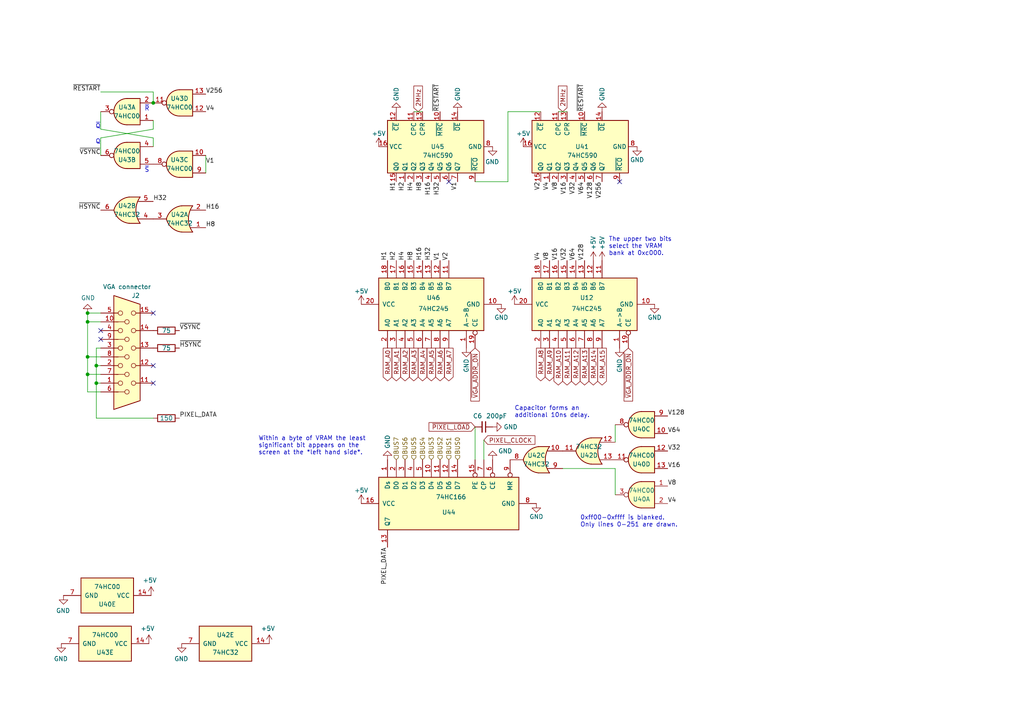
<source format=kicad_sch>
(kicad_sch (version 20211123) (generator eeschema)

  (uuid 58175766-a528-4fb2-ae9f-44f2b527a568)

  (paper "A4")

  (title_block
    (title "VGA Circuit")
    (date "2023-06-22")
    (rev "1.2")
    (comment 2 "creativecommons.org/licenses/by-nc-sa/4.0/")
    (comment 3 "This work is licensed under CC BY-NC-SA 4.0")
    (comment 4 "Author: Carsten Herting (slu4)")
  )

  (lib_symbols
    (symbol "74xx:74HC00" (pin_names (offset 1.016)) (in_bom yes) (on_board yes)
      (property "Reference" "U" (id 0) (at 0 1.27 0)
        (effects (font (size 1.27 1.27)))
      )
      (property "Value" "74HC00" (id 1) (at 0 -1.27 0)
        (effects (font (size 1.27 1.27)))
      )
      (property "Footprint" "" (id 2) (at 0 0 0)
        (effects (font (size 1.27 1.27)) hide)
      )
      (property "Datasheet" "http://www.ti.com/lit/gpn/sn74hc00" (id 3) (at 0 0 0)
        (effects (font (size 1.27 1.27)) hide)
      )
      (property "ki_locked" "" (id 4) (at 0 0 0)
        (effects (font (size 1.27 1.27)))
      )
      (property "ki_keywords" "HCMOS nand 2-input" (id 5) (at 0 0 0)
        (effects (font (size 1.27 1.27)) hide)
      )
      (property "ki_description" "quad 2-input NAND gate" (id 6) (at 0 0 0)
        (effects (font (size 1.27 1.27)) hide)
      )
      (property "ki_fp_filters" "DIP*W7.62mm* SO14*" (id 7) (at 0 0 0)
        (effects (font (size 1.27 1.27)) hide)
      )
      (symbol "74HC00_1_1"
        (arc (start 0 -3.81) (mid 3.81 0) (end 0 3.81)
          (stroke (width 0.254) (type default) (color 0 0 0 0))
          (fill (type background))
        )
        (polyline
          (pts
            (xy 0 3.81)
            (xy -3.81 3.81)
            (xy -3.81 -3.81)
            (xy 0 -3.81)
          )
          (stroke (width 0.254) (type default) (color 0 0 0 0))
          (fill (type background))
        )
        (pin input line (at -7.62 2.54 0) (length 3.81)
          (name "~" (effects (font (size 1.27 1.27))))
          (number "1" (effects (font (size 1.27 1.27))))
        )
        (pin input line (at -7.62 -2.54 0) (length 3.81)
          (name "~" (effects (font (size 1.27 1.27))))
          (number "2" (effects (font (size 1.27 1.27))))
        )
        (pin output inverted (at 7.62 0 180) (length 3.81)
          (name "~" (effects (font (size 1.27 1.27))))
          (number "3" (effects (font (size 1.27 1.27))))
        )
      )
      (symbol "74HC00_1_2"
        (arc (start -3.81 -3.81) (mid -2.589 0) (end -3.81 3.81)
          (stroke (width 0.254) (type default) (color 0 0 0 0))
          (fill (type none))
        )
        (arc (start -0.6096 -3.81) (mid 2.1842 -2.5851) (end 3.81 0)
          (stroke (width 0.254) (type default) (color 0 0 0 0))
          (fill (type background))
        )
        (polyline
          (pts
            (xy -3.81 -3.81)
            (xy -0.635 -3.81)
          )
          (stroke (width 0.254) (type default) (color 0 0 0 0))
          (fill (type background))
        )
        (polyline
          (pts
            (xy -3.81 3.81)
            (xy -0.635 3.81)
          )
          (stroke (width 0.254) (type default) (color 0 0 0 0))
          (fill (type background))
        )
        (polyline
          (pts
            (xy -0.635 3.81)
            (xy -3.81 3.81)
            (xy -3.81 3.81)
            (xy -3.556 3.4036)
            (xy -3.0226 2.2606)
            (xy -2.6924 1.0414)
            (xy -2.6162 -0.254)
            (xy -2.7686 -1.4986)
            (xy -3.175 -2.7178)
            (xy -3.81 -3.81)
            (xy -3.81 -3.81)
            (xy -0.635 -3.81)
          )
          (stroke (width -25.4) (type default) (color 0 0 0 0))
          (fill (type background))
        )
        (arc (start 3.81 0) (mid 2.1915 2.5936) (end -0.6096 3.81)
          (stroke (width 0.254) (type default) (color 0 0 0 0))
          (fill (type background))
        )
        (pin input inverted (at -7.62 2.54 0) (length 4.318)
          (name "~" (effects (font (size 1.27 1.27))))
          (number "1" (effects (font (size 1.27 1.27))))
        )
        (pin input inverted (at -7.62 -2.54 0) (length 4.318)
          (name "~" (effects (font (size 1.27 1.27))))
          (number "2" (effects (font (size 1.27 1.27))))
        )
        (pin output line (at 7.62 0 180) (length 3.81)
          (name "~" (effects (font (size 1.27 1.27))))
          (number "3" (effects (font (size 1.27 1.27))))
        )
      )
      (symbol "74HC00_2_1"
        (arc (start 0 -3.81) (mid 3.81 0) (end 0 3.81)
          (stroke (width 0.254) (type default) (color 0 0 0 0))
          (fill (type background))
        )
        (polyline
          (pts
            (xy 0 3.81)
            (xy -3.81 3.81)
            (xy -3.81 -3.81)
            (xy 0 -3.81)
          )
          (stroke (width 0.254) (type default) (color 0 0 0 0))
          (fill (type background))
        )
        (pin input line (at -7.62 2.54 0) (length 3.81)
          (name "~" (effects (font (size 1.27 1.27))))
          (number "4" (effects (font (size 1.27 1.27))))
        )
        (pin input line (at -7.62 -2.54 0) (length 3.81)
          (name "~" (effects (font (size 1.27 1.27))))
          (number "5" (effects (font (size 1.27 1.27))))
        )
        (pin output inverted (at 7.62 0 180) (length 3.81)
          (name "~" (effects (font (size 1.27 1.27))))
          (number "6" (effects (font (size 1.27 1.27))))
        )
      )
      (symbol "74HC00_2_2"
        (arc (start -3.81 -3.81) (mid -2.589 0) (end -3.81 3.81)
          (stroke (width 0.254) (type default) (color 0 0 0 0))
          (fill (type none))
        )
        (arc (start -0.6096 -3.81) (mid 2.1842 -2.5851) (end 3.81 0)
          (stroke (width 0.254) (type default) (color 0 0 0 0))
          (fill (type background))
        )
        (polyline
          (pts
            (xy -3.81 -3.81)
            (xy -0.635 -3.81)
          )
          (stroke (width 0.254) (type default) (color 0 0 0 0))
          (fill (type background))
        )
        (polyline
          (pts
            (xy -3.81 3.81)
            (xy -0.635 3.81)
          )
          (stroke (width 0.254) (type default) (color 0 0 0 0))
          (fill (type background))
        )
        (polyline
          (pts
            (xy -0.635 3.81)
            (xy -3.81 3.81)
            (xy -3.81 3.81)
            (xy -3.556 3.4036)
            (xy -3.0226 2.2606)
            (xy -2.6924 1.0414)
            (xy -2.6162 -0.254)
            (xy -2.7686 -1.4986)
            (xy -3.175 -2.7178)
            (xy -3.81 -3.81)
            (xy -3.81 -3.81)
            (xy -0.635 -3.81)
          )
          (stroke (width -25.4) (type default) (color 0 0 0 0))
          (fill (type background))
        )
        (arc (start 3.81 0) (mid 2.1915 2.5936) (end -0.6096 3.81)
          (stroke (width 0.254) (type default) (color 0 0 0 0))
          (fill (type background))
        )
        (pin input inverted (at -7.62 2.54 0) (length 4.318)
          (name "~" (effects (font (size 1.27 1.27))))
          (number "4" (effects (font (size 1.27 1.27))))
        )
        (pin input inverted (at -7.62 -2.54 0) (length 4.318)
          (name "~" (effects (font (size 1.27 1.27))))
          (number "5" (effects (font (size 1.27 1.27))))
        )
        (pin output line (at 7.62 0 180) (length 3.81)
          (name "~" (effects (font (size 1.27 1.27))))
          (number "6" (effects (font (size 1.27 1.27))))
        )
      )
      (symbol "74HC00_3_1"
        (arc (start 0 -3.81) (mid 3.81 0) (end 0 3.81)
          (stroke (width 0.254) (type default) (color 0 0 0 0))
          (fill (type background))
        )
        (polyline
          (pts
            (xy 0 3.81)
            (xy -3.81 3.81)
            (xy -3.81 -3.81)
            (xy 0 -3.81)
          )
          (stroke (width 0.254) (type default) (color 0 0 0 0))
          (fill (type background))
        )
        (pin input line (at -7.62 -2.54 0) (length 3.81)
          (name "~" (effects (font (size 1.27 1.27))))
          (number "10" (effects (font (size 1.27 1.27))))
        )
        (pin output inverted (at 7.62 0 180) (length 3.81)
          (name "~" (effects (font (size 1.27 1.27))))
          (number "8" (effects (font (size 1.27 1.27))))
        )
        (pin input line (at -7.62 2.54 0) (length 3.81)
          (name "~" (effects (font (size 1.27 1.27))))
          (number "9" (effects (font (size 1.27 1.27))))
        )
      )
      (symbol "74HC00_3_2"
        (arc (start -3.81 -3.81) (mid -2.589 0) (end -3.81 3.81)
          (stroke (width 0.254) (type default) (color 0 0 0 0))
          (fill (type none))
        )
        (arc (start -0.6096 -3.81) (mid 2.1842 -2.5851) (end 3.81 0)
          (stroke (width 0.254) (type default) (color 0 0 0 0))
          (fill (type background))
        )
        (polyline
          (pts
            (xy -3.81 -3.81)
            (xy -0.635 -3.81)
          )
          (stroke (width 0.254) (type default) (color 0 0 0 0))
          (fill (type background))
        )
        (polyline
          (pts
            (xy -3.81 3.81)
            (xy -0.635 3.81)
          )
          (stroke (width 0.254) (type default) (color 0 0 0 0))
          (fill (type background))
        )
        (polyline
          (pts
            (xy -0.635 3.81)
            (xy -3.81 3.81)
            (xy -3.81 3.81)
            (xy -3.556 3.4036)
            (xy -3.0226 2.2606)
            (xy -2.6924 1.0414)
            (xy -2.6162 -0.254)
            (xy -2.7686 -1.4986)
            (xy -3.175 -2.7178)
            (xy -3.81 -3.81)
            (xy -3.81 -3.81)
            (xy -0.635 -3.81)
          )
          (stroke (width -25.4) (type default) (color 0 0 0 0))
          (fill (type background))
        )
        (arc (start 3.81 0) (mid 2.1915 2.5936) (end -0.6096 3.81)
          (stroke (width 0.254) (type default) (color 0 0 0 0))
          (fill (type background))
        )
        (pin input inverted (at -7.62 -2.54 0) (length 4.318)
          (name "~" (effects (font (size 1.27 1.27))))
          (number "10" (effects (font (size 1.27 1.27))))
        )
        (pin output line (at 7.62 0 180) (length 3.81)
          (name "~" (effects (font (size 1.27 1.27))))
          (number "8" (effects (font (size 1.27 1.27))))
        )
        (pin input inverted (at -7.62 2.54 0) (length 4.318)
          (name "~" (effects (font (size 1.27 1.27))))
          (number "9" (effects (font (size 1.27 1.27))))
        )
      )
      (symbol "74HC00_4_1"
        (arc (start 0 -3.81) (mid 3.81 0) (end 0 3.81)
          (stroke (width 0.254) (type default) (color 0 0 0 0))
          (fill (type background))
        )
        (polyline
          (pts
            (xy 0 3.81)
            (xy -3.81 3.81)
            (xy -3.81 -3.81)
            (xy 0 -3.81)
          )
          (stroke (width 0.254) (type default) (color 0 0 0 0))
          (fill (type background))
        )
        (pin output inverted (at 7.62 0 180) (length 3.81)
          (name "~" (effects (font (size 1.27 1.27))))
          (number "11" (effects (font (size 1.27 1.27))))
        )
        (pin input line (at -7.62 2.54 0) (length 3.81)
          (name "~" (effects (font (size 1.27 1.27))))
          (number "12" (effects (font (size 1.27 1.27))))
        )
        (pin input line (at -7.62 -2.54 0) (length 3.81)
          (name "~" (effects (font (size 1.27 1.27))))
          (number "13" (effects (font (size 1.27 1.27))))
        )
      )
      (symbol "74HC00_4_2"
        (arc (start -3.81 -3.81) (mid -2.589 0) (end -3.81 3.81)
          (stroke (width 0.254) (type default) (color 0 0 0 0))
          (fill (type none))
        )
        (arc (start -0.6096 -3.81) (mid 2.1842 -2.5851) (end 3.81 0)
          (stroke (width 0.254) (type default) (color 0 0 0 0))
          (fill (type background))
        )
        (polyline
          (pts
            (xy -3.81 -3.81)
            (xy -0.635 -3.81)
          )
          (stroke (width 0.254) (type default) (color 0 0 0 0))
          (fill (type background))
        )
        (polyline
          (pts
            (xy -3.81 3.81)
            (xy -0.635 3.81)
          )
          (stroke (width 0.254) (type default) (color 0 0 0 0))
          (fill (type background))
        )
        (polyline
          (pts
            (xy -0.635 3.81)
            (xy -3.81 3.81)
            (xy -3.81 3.81)
            (xy -3.556 3.4036)
            (xy -3.0226 2.2606)
            (xy -2.6924 1.0414)
            (xy -2.6162 -0.254)
            (xy -2.7686 -1.4986)
            (xy -3.175 -2.7178)
            (xy -3.81 -3.81)
            (xy -3.81 -3.81)
            (xy -0.635 -3.81)
          )
          (stroke (width -25.4) (type default) (color 0 0 0 0))
          (fill (type background))
        )
        (arc (start 3.81 0) (mid 2.1915 2.5936) (end -0.6096 3.81)
          (stroke (width 0.254) (type default) (color 0 0 0 0))
          (fill (type background))
        )
        (pin output line (at 7.62 0 180) (length 3.81)
          (name "~" (effects (font (size 1.27 1.27))))
          (number "11" (effects (font (size 1.27 1.27))))
        )
        (pin input inverted (at -7.62 2.54 0) (length 4.318)
          (name "~" (effects (font (size 1.27 1.27))))
          (number "12" (effects (font (size 1.27 1.27))))
        )
        (pin input inverted (at -7.62 -2.54 0) (length 4.318)
          (name "~" (effects (font (size 1.27 1.27))))
          (number "13" (effects (font (size 1.27 1.27))))
        )
      )
      (symbol "74HC00_5_0"
        (pin power_in line (at 0 12.7 270) (length 5.08)
          (name "VCC" (effects (font (size 1.27 1.27))))
          (number "14" (effects (font (size 1.27 1.27))))
        )
        (pin power_in line (at 0 -12.7 90) (length 5.08)
          (name "GND" (effects (font (size 1.27 1.27))))
          (number "7" (effects (font (size 1.27 1.27))))
        )
      )
      (symbol "74HC00_5_1"
        (rectangle (start -5.08 7.62) (end 5.08 -7.62)
          (stroke (width 0.254) (type default) (color 0 0 0 0))
          (fill (type background))
        )
      )
    )
    (symbol "74xx:74HC590" (in_bom yes) (on_board yes)
      (property "Reference" "U" (id 0) (at -7.62 16.51 0)
        (effects (font (size 1.27 1.27)))
      )
      (property "Value" "74HC590" (id 1) (at -7.62 -13.97 0)
        (effects (font (size 1.27 1.27)))
      )
      (property "Footprint" "" (id 2) (at 0 1.27 0)
        (effects (font (size 1.27 1.27)) hide)
      )
      (property "Datasheet" "https://assets.nexperia.com/documents/data-sheet/74HC590.pdf" (id 3) (at 0 1.27 0)
        (effects (font (size 1.27 1.27)) hide)
      )
      (property "ki_keywords" "HCMOS Counter 3State" (id 4) (at 0 0 0)
        (effects (font (size 1.27 1.27)) hide)
      )
      (property "ki_description" "8-bit Binary Counter with Output Register 3-State Outputs, SOIC-16/TSSOP-16" (id 5) (at 0 0 0)
        (effects (font (size 1.27 1.27)) hide)
      )
      (property "ki_fp_filters" "DIP*W7.62mm* SOIC*3.9x9.9mm*P1.27mm* TSSOP*4.4x5mm*P0.65mm* SOIC*5.3x10.2mm*P1.27mm* SOIC*7.5x10.3mm*P1.27mm*" (id 6) (at 0 0 0)
        (effects (font (size 1.27 1.27)) hide)
      )
      (symbol "74HC590_1_0"
        (pin tri_state line (at 10.16 10.16 180) (length 2.54)
          (name "Q1" (effects (font (size 1.27 1.27))))
          (number "1" (effects (font (size 1.27 1.27))))
        )
        (pin input line (at -10.16 0 0) (length 2.54)
          (name "~{MRC}" (effects (font (size 1.27 1.27))))
          (number "10" (effects (font (size 1.27 1.27))))
        )
        (pin input line (at -10.16 7.62 0) (length 2.54)
          (name "CPC" (effects (font (size 1.27 1.27))))
          (number "11" (effects (font (size 1.27 1.27))))
        )
        (pin input line (at -10.16 12.7 0) (length 2.54)
          (name "~{CE}" (effects (font (size 1.27 1.27))))
          (number "12" (effects (font (size 1.27 1.27))))
        )
        (pin input line (at -10.16 5.08 0) (length 2.54)
          (name "CPR" (effects (font (size 1.27 1.27))))
          (number "13" (effects (font (size 1.27 1.27))))
        )
        (pin input line (at -10.16 -5.08 0) (length 2.54)
          (name "~{OE}" (effects (font (size 1.27 1.27))))
          (number "14" (effects (font (size 1.27 1.27))))
        )
        (pin tri_state line (at 10.16 12.7 180) (length 2.54)
          (name "Q0" (effects (font (size 1.27 1.27))))
          (number "15" (effects (font (size 1.27 1.27))))
        )
        (pin power_in line (at 0 17.78 270) (length 2.54)
          (name "VCC" (effects (font (size 1.27 1.27))))
          (number "16" (effects (font (size 1.27 1.27))))
        )
        (pin tri_state line (at 10.16 7.62 180) (length 2.54)
          (name "Q2" (effects (font (size 1.27 1.27))))
          (number "2" (effects (font (size 1.27 1.27))))
        )
        (pin tri_state line (at 10.16 5.08 180) (length 2.54)
          (name "Q3" (effects (font (size 1.27 1.27))))
          (number "3" (effects (font (size 1.27 1.27))))
        )
        (pin tri_state line (at 10.16 2.54 180) (length 2.54)
          (name "Q4" (effects (font (size 1.27 1.27))))
          (number "4" (effects (font (size 1.27 1.27))))
        )
        (pin tri_state line (at 10.16 0 180) (length 2.54)
          (name "Q5" (effects (font (size 1.27 1.27))))
          (number "5" (effects (font (size 1.27 1.27))))
        )
        (pin tri_state line (at 10.16 -2.54 180) (length 2.54)
          (name "Q6" (effects (font (size 1.27 1.27))))
          (number "6" (effects (font (size 1.27 1.27))))
        )
        (pin tri_state line (at 10.16 -5.08 180) (length 2.54)
          (name "Q7" (effects (font (size 1.27 1.27))))
          (number "7" (effects (font (size 1.27 1.27))))
        )
        (pin power_in line (at 0 -15.24 90) (length 2.54)
          (name "GND" (effects (font (size 1.27 1.27))))
          (number "8" (effects (font (size 1.27 1.27))))
        )
        (pin output line (at 10.16 -10.16 180) (length 2.54)
          (name "~{RCO}" (effects (font (size 1.27 1.27))))
          (number "9" (effects (font (size 1.27 1.27))))
        )
      )
      (symbol "74HC590_1_1"
        (rectangle (start -7.62 15.24) (end 7.62 -12.7)
          (stroke (width 0.254) (type default) (color 0 0 0 0))
          (fill (type background))
        )
      )
    )
    (symbol "8-Bit CPU 32k:74HC166" (pin_names (offset 1.016)) (in_bom yes) (on_board yes)
      (property "Reference" "U" (id 0) (at 2.54 0 90)
        (effects (font (size 1.27 1.27)))
      )
      (property "Value" "74HC166" (id 1) (at -1.27 0 90)
        (effects (font (size 1.27 1.27)))
      )
      (property "Footprint" "" (id 2) (at 0 0 0)
        (effects (font (size 1.27 1.27)) hide)
      )
      (property "Datasheet" "" (id 3) (at 0 -2.54 0)
        (effects (font (size 1.27 1.27)) hide)
      )
      (property "ki_locked" "" (id 4) (at 0 0 0)
        (effects (font (size 1.27 1.27)))
      )
      (property "ki_keywords" "TTL SR SR8" (id 5) (at 0 0 0)
        (effects (font (size 1.27 1.27)) hide)
      )
      (property "ki_description" "Shift Register 8-bit, parallel load" (id 6) (at 0 0 0)
        (effects (font (size 1.27 1.27)) hide)
      )
      (property "ki_fp_filters" "DIP?16*" (id 7) (at 0 0 0)
        (effects (font (size 1.27 1.27)) hide)
      )
      (symbol "74HC166_1_0"
        (pin input line (at -12.7 17.78 0) (length 5.08)
          (name "Ds" (effects (font (size 1.27 1.27))))
          (number "1" (effects (font (size 1.27 1.27))))
        )
        (pin input line (at -12.7 5.08 0) (length 5.08)
          (name "D4" (effects (font (size 1.27 1.27))))
          (number "10" (effects (font (size 1.27 1.27))))
        )
        (pin input line (at -12.7 2.54 0) (length 5.08)
          (name "D5" (effects (font (size 1.27 1.27))))
          (number "11" (effects (font (size 1.27 1.27))))
        )
        (pin input line (at -12.7 0 0) (length 5.08)
          (name "D6" (effects (font (size 1.27 1.27))))
          (number "12" (effects (font (size 1.27 1.27))))
        )
        (pin output line (at 12.7 17.78 180) (length 5.08)
          (name "Q7" (effects (font (size 1.27 1.27))))
          (number "13" (effects (font (size 1.27 1.27))))
        )
        (pin input line (at -12.7 -2.54 0) (length 5.08)
          (name "D7" (effects (font (size 1.27 1.27))))
          (number "14" (effects (font (size 1.27 1.27))))
        )
        (pin input inverted (at -12.7 -7.62 0) (length 5.08)
          (name "PE" (effects (font (size 1.27 1.27))))
          (number "15" (effects (font (size 1.27 1.27))))
        )
        (pin power_in line (at 0 25.4 270) (length 5.08)
          (name "VCC" (effects (font (size 1.27 1.27))))
          (number "16" (effects (font (size 1.27 1.27))))
        )
        (pin input line (at -12.7 15.24 0) (length 5.08)
          (name "D0" (effects (font (size 1.27 1.27))))
          (number "2" (effects (font (size 1.27 1.27))))
        )
        (pin input line (at -12.7 12.7 0) (length 5.08)
          (name "D1" (effects (font (size 1.27 1.27))))
          (number "3" (effects (font (size 1.27 1.27))))
        )
        (pin input line (at -12.7 10.16 0) (length 5.08)
          (name "D2" (effects (font (size 1.27 1.27))))
          (number "4" (effects (font (size 1.27 1.27))))
        )
        (pin input line (at -12.7 7.62 0) (length 5.08)
          (name "D3" (effects (font (size 1.27 1.27))))
          (number "5" (effects (font (size 1.27 1.27))))
        )
        (pin input inverted (at -12.7 -12.7 0) (length 5.08)
          (name "CE" (effects (font (size 1.27 1.27))))
          (number "6" (effects (font (size 1.27 1.27))))
        )
        (pin input line (at -12.7 -10.16 0) (length 5.08)
          (name "CP" (effects (font (size 1.27 1.27))))
          (number "7" (effects (font (size 1.27 1.27))))
        )
        (pin power_in line (at 0 -25.4 90) (length 5.08)
          (name "GND" (effects (font (size 1.27 1.27))))
          (number "8" (effects (font (size 1.27 1.27))))
        )
        (pin input inverted (at -12.7 -17.78 0) (length 5.08)
          (name "MR" (effects (font (size 1.27 1.27))))
          (number "9" (effects (font (size 1.27 1.27))))
        )
      )
      (symbol "74HC166_1_1"
        (rectangle (start -7.62 20.32) (end 7.62 -20.32)
          (stroke (width 0.254) (type default) (color 0 0 0 0))
          (fill (type background))
        )
      )
    )
    (symbol "8-Bit CPU 32k:74HC245" (pin_names (offset 1.016)) (in_bom yes) (on_board yes)
      (property "Reference" "U" (id 0) (at 0 -6.35 90)
        (effects (font (size 1.27 1.27)))
      )
      (property "Value" "74HC245" (id 1) (at 0 2.54 90)
        (effects (font (size 1.27 1.27)))
      )
      (property "Footprint" "" (id 2) (at 0 0 0)
        (effects (font (size 1.27 1.27)) hide)
      )
      (property "Datasheet" "http://www.ti.com/lit/gpn/sn74HC245" (id 3) (at 0 0 0)
        (effects (font (size 1.27 1.27)) hide)
      )
      (property "ki_locked" "" (id 4) (at 0 0 0)
        (effects (font (size 1.27 1.27)))
      )
      (property "ki_keywords" "HCMOS BUS 3State" (id 5) (at 0 0 0)
        (effects (font (size 1.27 1.27)) hide)
      )
      (property "ki_description" "Octal BUS Transceivers, 3-State outputs" (id 6) (at 0 0 0)
        (effects (font (size 1.27 1.27)) hide)
      )
      (property "ki_fp_filters" "DIP?20*" (id 7) (at 0 0 0)
        (effects (font (size 1.27 1.27)) hide)
      )
      (symbol "74HC245_1_0"
        (pin input line (at -12.7 -10.16 0) (length 5.08)
          (name "A->B" (effects (font (size 1.27 1.27))))
          (number "1" (effects (font (size 1.27 1.27))))
        )
        (pin power_in line (at 0 -20.32 90) (length 5.08)
          (name "GND" (effects (font (size 1.27 1.27))))
          (number "10" (effects (font (size 1.27 1.27))))
        )
        (pin tri_state line (at 12.7 -5.08 180) (length 5.08)
          (name "B7" (effects (font (size 1.27 1.27))))
          (number "11" (effects (font (size 1.27 1.27))))
        )
        (pin tri_state line (at 12.7 -2.54 180) (length 5.08)
          (name "B6" (effects (font (size 1.27 1.27))))
          (number "12" (effects (font (size 1.27 1.27))))
        )
        (pin tri_state line (at 12.7 0 180) (length 5.08)
          (name "B5" (effects (font (size 1.27 1.27))))
          (number "13" (effects (font (size 1.27 1.27))))
        )
        (pin tri_state line (at 12.7 2.54 180) (length 5.08)
          (name "B4" (effects (font (size 1.27 1.27))))
          (number "14" (effects (font (size 1.27 1.27))))
        )
        (pin tri_state line (at 12.7 5.08 180) (length 5.08)
          (name "B3" (effects (font (size 1.27 1.27))))
          (number "15" (effects (font (size 1.27 1.27))))
        )
        (pin tri_state line (at 12.7 7.62 180) (length 5.08)
          (name "B2" (effects (font (size 1.27 1.27))))
          (number "16" (effects (font (size 1.27 1.27))))
        )
        (pin tri_state line (at 12.7 10.16 180) (length 5.08)
          (name "B1" (effects (font (size 1.27 1.27))))
          (number "17" (effects (font (size 1.27 1.27))))
        )
        (pin tri_state line (at 12.7 12.7 180) (length 5.08)
          (name "B0" (effects (font (size 1.27 1.27))))
          (number "18" (effects (font (size 1.27 1.27))))
        )
        (pin input inverted (at -12.7 -12.7 0) (length 5.08)
          (name "CE" (effects (font (size 1.27 1.27))))
          (number "19" (effects (font (size 1.27 1.27))))
        )
        (pin tri_state line (at -12.7 12.7 0) (length 5.08)
          (name "A0" (effects (font (size 1.27 1.27))))
          (number "2" (effects (font (size 1.27 1.27))))
        )
        (pin power_in line (at 0 20.32 270) (length 5.08)
          (name "VCC" (effects (font (size 1.27 1.27))))
          (number "20" (effects (font (size 1.27 1.27))))
        )
        (pin tri_state line (at -12.7 10.16 0) (length 5.08)
          (name "A1" (effects (font (size 1.27 1.27))))
          (number "3" (effects (font (size 1.27 1.27))))
        )
        (pin tri_state line (at -12.7 7.62 0) (length 5.08)
          (name "A2" (effects (font (size 1.27 1.27))))
          (number "4" (effects (font (size 1.27 1.27))))
        )
        (pin tri_state line (at -12.7 5.08 0) (length 5.08)
          (name "A3" (effects (font (size 1.27 1.27))))
          (number "5" (effects (font (size 1.27 1.27))))
        )
        (pin tri_state line (at -12.7 2.54 0) (length 5.08)
          (name "A4" (effects (font (size 1.27 1.27))))
          (number "6" (effects (font (size 1.27 1.27))))
        )
        (pin tri_state line (at -12.7 0 0) (length 5.08)
          (name "A5" (effects (font (size 1.27 1.27))))
          (number "7" (effects (font (size 1.27 1.27))))
        )
        (pin tri_state line (at -12.7 -2.54 0) (length 5.08)
          (name "A6" (effects (font (size 1.27 1.27))))
          (number "8" (effects (font (size 1.27 1.27))))
        )
        (pin tri_state line (at -12.7 -5.08 0) (length 5.08)
          (name "A7" (effects (font (size 1.27 1.27))))
          (number "9" (effects (font (size 1.27 1.27))))
        )
      )
      (symbol "74HC245_1_1"
        (rectangle (start -7.62 15.24) (end 7.62 -15.24)
          (stroke (width 0.254) (type default) (color 0 0 0 0))
          (fill (type background))
        )
      )
    )
    (symbol "8-Bit CPU 32k:74HC32" (pin_names (offset 1.016)) (in_bom yes) (on_board yes)
      (property "Reference" "U" (id 0) (at 0 1.27 0)
        (effects (font (size 1.27 1.27)))
      )
      (property "Value" "74HC32" (id 1) (at 0 -1.27 0)
        (effects (font (size 1.27 1.27)))
      )
      (property "Footprint" "" (id 2) (at 0 0 0)
        (effects (font (size 1.27 1.27)) hide)
      )
      (property "Datasheet" "http://www.ti.com/lit/gpn/sn74LS32" (id 3) (at 0 0 0)
        (effects (font (size 1.27 1.27)) hide)
      )
      (property "ki_locked" "" (id 4) (at 0 0 0)
        (effects (font (size 1.27 1.27)))
      )
      (property "ki_keywords" "TTL Or2" (id 5) (at 0 0 0)
        (effects (font (size 1.27 1.27)) hide)
      )
      (property "ki_description" "Quad 2-input OR" (id 6) (at 0 0 0)
        (effects (font (size 1.27 1.27)) hide)
      )
      (property "ki_fp_filters" "DIP?14*" (id 7) (at 0 0 0)
        (effects (font (size 1.27 1.27)) hide)
      )
      (symbol "74HC32_1_1"
        (arc (start -3.81 -3.81) (mid -2.589 0) (end -3.81 3.81)
          (stroke (width 0.254) (type default) (color 0 0 0 0))
          (fill (type none))
        )
        (arc (start -0.6096 -3.81) (mid 2.1842 -2.5851) (end 3.81 0)
          (stroke (width 0.254) (type default) (color 0 0 0 0))
          (fill (type background))
        )
        (polyline
          (pts
            (xy -3.81 -3.81)
            (xy -0.635 -3.81)
          )
          (stroke (width 0.254) (type default) (color 0 0 0 0))
          (fill (type background))
        )
        (polyline
          (pts
            (xy -3.81 3.81)
            (xy -0.635 3.81)
          )
          (stroke (width 0.254) (type default) (color 0 0 0 0))
          (fill (type background))
        )
        (polyline
          (pts
            (xy -0.635 3.81)
            (xy -3.81 3.81)
            (xy -3.81 3.81)
            (xy -3.556 3.4036)
            (xy -3.0226 2.2606)
            (xy -2.6924 1.0414)
            (xy -2.6162 -0.254)
            (xy -2.7686 -1.4986)
            (xy -3.175 -2.7178)
            (xy -3.81 -3.81)
            (xy -3.81 -3.81)
            (xy -0.635 -3.81)
          )
          (stroke (width -25.4) (type default) (color 0 0 0 0))
          (fill (type background))
        )
        (arc (start 3.81 0) (mid 2.1915 2.5936) (end -0.6096 3.81)
          (stroke (width 0.254) (type default) (color 0 0 0 0))
          (fill (type background))
        )
        (pin input line (at -7.62 2.54 0) (length 4.318)
          (name "~" (effects (font (size 1.27 1.27))))
          (number "1" (effects (font (size 1.27 1.27))))
        )
        (pin input line (at -7.62 -2.54 0) (length 4.318)
          (name "~" (effects (font (size 1.27 1.27))))
          (number "2" (effects (font (size 1.27 1.27))))
        )
        (pin output line (at 7.62 0 180) (length 3.81)
          (name "~" (effects (font (size 1.27 1.27))))
          (number "3" (effects (font (size 1.27 1.27))))
        )
      )
      (symbol "74HC32_1_2"
        (arc (start 0 -3.81) (mid 3.81 0) (end 0 3.81)
          (stroke (width 0.254) (type default) (color 0 0 0 0))
          (fill (type background))
        )
        (polyline
          (pts
            (xy 0 3.81)
            (xy -3.81 3.81)
            (xy -3.81 -3.81)
            (xy 0 -3.81)
          )
          (stroke (width 0.254) (type default) (color 0 0 0 0))
          (fill (type background))
        )
        (pin input inverted (at -7.62 2.54 0) (length 3.81)
          (name "~" (effects (font (size 1.27 1.27))))
          (number "1" (effects (font (size 1.27 1.27))))
        )
        (pin input inverted (at -7.62 -2.54 0) (length 3.81)
          (name "~" (effects (font (size 1.27 1.27))))
          (number "2" (effects (font (size 1.27 1.27))))
        )
        (pin output inverted (at 7.62 0 180) (length 3.81)
          (name "~" (effects (font (size 1.27 1.27))))
          (number "3" (effects (font (size 1.27 1.27))))
        )
      )
      (symbol "74HC32_2_1"
        (arc (start -3.81 -3.81) (mid -2.589 0) (end -3.81 3.81)
          (stroke (width 0.254) (type default) (color 0 0 0 0))
          (fill (type none))
        )
        (arc (start -0.6096 -3.81) (mid 2.1842 -2.5851) (end 3.81 0)
          (stroke (width 0.254) (type default) (color 0 0 0 0))
          (fill (type background))
        )
        (polyline
          (pts
            (xy -3.81 -3.81)
            (xy -0.635 -3.81)
          )
          (stroke (width 0.254) (type default) (color 0 0 0 0))
          (fill (type background))
        )
        (polyline
          (pts
            (xy -3.81 3.81)
            (xy -0.635 3.81)
          )
          (stroke (width 0.254) (type default) (color 0 0 0 0))
          (fill (type background))
        )
        (polyline
          (pts
            (xy -0.635 3.81)
            (xy -3.81 3.81)
            (xy -3.81 3.81)
            (xy -3.556 3.4036)
            (xy -3.0226 2.2606)
            (xy -2.6924 1.0414)
            (xy -2.6162 -0.254)
            (xy -2.7686 -1.4986)
            (xy -3.175 -2.7178)
            (xy -3.81 -3.81)
            (xy -3.81 -3.81)
            (xy -0.635 -3.81)
          )
          (stroke (width -25.4) (type default) (color 0 0 0 0))
          (fill (type background))
        )
        (arc (start 3.81 0) (mid 2.1915 2.5936) (end -0.6096 3.81)
          (stroke (width 0.254) (type default) (color 0 0 0 0))
          (fill (type background))
        )
        (pin input line (at -7.62 2.54 0) (length 4.318)
          (name "~" (effects (font (size 1.27 1.27))))
          (number "4" (effects (font (size 1.27 1.27))))
        )
        (pin input line (at -7.62 -2.54 0) (length 4.318)
          (name "~" (effects (font (size 1.27 1.27))))
          (number "5" (effects (font (size 1.27 1.27))))
        )
        (pin output line (at 7.62 0 180) (length 3.81)
          (name "~" (effects (font (size 1.27 1.27))))
          (number "6" (effects (font (size 1.27 1.27))))
        )
      )
      (symbol "74HC32_2_2"
        (arc (start 0 -3.81) (mid 3.81 0) (end 0 3.81)
          (stroke (width 0.254) (type default) (color 0 0 0 0))
          (fill (type background))
        )
        (polyline
          (pts
            (xy 0 3.81)
            (xy -3.81 3.81)
            (xy -3.81 -3.81)
            (xy 0 -3.81)
          )
          (stroke (width 0.254) (type default) (color 0 0 0 0))
          (fill (type background))
        )
        (pin input inverted (at -7.62 2.54 0) (length 3.81)
          (name "~" (effects (font (size 1.27 1.27))))
          (number "4" (effects (font (size 1.27 1.27))))
        )
        (pin input inverted (at -7.62 -2.54 0) (length 3.81)
          (name "~" (effects (font (size 1.27 1.27))))
          (number "5" (effects (font (size 1.27 1.27))))
        )
        (pin output inverted (at 7.62 0 180) (length 3.81)
          (name "~" (effects (font (size 1.27 1.27))))
          (number "6" (effects (font (size 1.27 1.27))))
        )
      )
      (symbol "74HC32_3_1"
        (arc (start -3.81 -3.81) (mid -2.589 0) (end -3.81 3.81)
          (stroke (width 0.254) (type default) (color 0 0 0 0))
          (fill (type none))
        )
        (arc (start -0.6096 -3.81) (mid 2.1842 -2.5851) (end 3.81 0)
          (stroke (width 0.254) (type default) (color 0 0 0 0))
          (fill (type background))
        )
        (polyline
          (pts
            (xy -3.81 -3.81)
            (xy -0.635 -3.81)
          )
          (stroke (width 0.254) (type default) (color 0 0 0 0))
          (fill (type background))
        )
        (polyline
          (pts
            (xy -3.81 3.81)
            (xy -0.635 3.81)
          )
          (stroke (width 0.254) (type default) (color 0 0 0 0))
          (fill (type background))
        )
        (polyline
          (pts
            (xy -0.635 3.81)
            (xy -3.81 3.81)
            (xy -3.81 3.81)
            (xy -3.556 3.4036)
            (xy -3.0226 2.2606)
            (xy -2.6924 1.0414)
            (xy -2.6162 -0.254)
            (xy -2.7686 -1.4986)
            (xy -3.175 -2.7178)
            (xy -3.81 -3.81)
            (xy -3.81 -3.81)
            (xy -0.635 -3.81)
          )
          (stroke (width -25.4) (type default) (color 0 0 0 0))
          (fill (type background))
        )
        (arc (start 3.81 0) (mid 2.1915 2.5936) (end -0.6096 3.81)
          (stroke (width 0.254) (type default) (color 0 0 0 0))
          (fill (type background))
        )
        (pin input line (at -7.62 -2.54 0) (length 4.318)
          (name "~" (effects (font (size 1.27 1.27))))
          (number "10" (effects (font (size 1.27 1.27))))
        )
        (pin output line (at 7.62 0 180) (length 3.81)
          (name "~" (effects (font (size 1.27 1.27))))
          (number "8" (effects (font (size 1.27 1.27))))
        )
        (pin input line (at -7.62 2.54 0) (length 4.318)
          (name "~" (effects (font (size 1.27 1.27))))
          (number "9" (effects (font (size 1.27 1.27))))
        )
      )
      (symbol "74HC32_3_2"
        (arc (start 0 -3.81) (mid 3.81 0) (end 0 3.81)
          (stroke (width 0.254) (type default) (color 0 0 0 0))
          (fill (type background))
        )
        (polyline
          (pts
            (xy 0 3.81)
            (xy -3.81 3.81)
            (xy -3.81 -3.81)
            (xy 0 -3.81)
          )
          (stroke (width 0.254) (type default) (color 0 0 0 0))
          (fill (type background))
        )
        (pin input inverted (at -7.62 -2.54 0) (length 3.81)
          (name "~" (effects (font (size 1.27 1.27))))
          (number "10" (effects (font (size 1.27 1.27))))
        )
        (pin output inverted (at 7.62 0 180) (length 3.81)
          (name "~" (effects (font (size 1.27 1.27))))
          (number "8" (effects (font (size 1.27 1.27))))
        )
        (pin input inverted (at -7.62 2.54 0) (length 3.81)
          (name "~" (effects (font (size 1.27 1.27))))
          (number "9" (effects (font (size 1.27 1.27))))
        )
      )
      (symbol "74HC32_4_1"
        (arc (start -3.81 -3.81) (mid -2.589 0) (end -3.81 3.81)
          (stroke (width 0.254) (type default) (color 0 0 0 0))
          (fill (type none))
        )
        (arc (start -0.6096 -3.81) (mid 2.1842 -2.5851) (end 3.81 0)
          (stroke (width 0.254) (type default) (color 0 0 0 0))
          (fill (type background))
        )
        (polyline
          (pts
            (xy -3.81 -3.81)
            (xy -0.635 -3.81)
          )
          (stroke (width 0.254) (type default) (color 0 0 0 0))
          (fill (type background))
        )
        (polyline
          (pts
            (xy -3.81 3.81)
            (xy -0.635 3.81)
          )
          (stroke (width 0.254) (type default) (color 0 0 0 0))
          (fill (type background))
        )
        (polyline
          (pts
            (xy -0.635 3.81)
            (xy -3.81 3.81)
            (xy -3.81 3.81)
            (xy -3.556 3.4036)
            (xy -3.0226 2.2606)
            (xy -2.6924 1.0414)
            (xy -2.6162 -0.254)
            (xy -2.7686 -1.4986)
            (xy -3.175 -2.7178)
            (xy -3.81 -3.81)
            (xy -3.81 -3.81)
            (xy -0.635 -3.81)
          )
          (stroke (width -25.4) (type default) (color 0 0 0 0))
          (fill (type background))
        )
        (arc (start 3.81 0) (mid 2.1915 2.5936) (end -0.6096 3.81)
          (stroke (width 0.254) (type default) (color 0 0 0 0))
          (fill (type background))
        )
        (pin output line (at 7.62 0 180) (length 3.81)
          (name "~" (effects (font (size 1.27 1.27))))
          (number "11" (effects (font (size 1.27 1.27))))
        )
        (pin input line (at -7.62 2.54 0) (length 4.318)
          (name "~" (effects (font (size 1.27 1.27))))
          (number "12" (effects (font (size 1.27 1.27))))
        )
        (pin input line (at -7.62 -2.54 0) (length 4.318)
          (name "~" (effects (font (size 1.27 1.27))))
          (number "13" (effects (font (size 1.27 1.27))))
        )
      )
      (symbol "74HC32_4_2"
        (arc (start 0 -3.81) (mid 3.81 0) (end 0 3.81)
          (stroke (width 0.254) (type default) (color 0 0 0 0))
          (fill (type background))
        )
        (polyline
          (pts
            (xy 0 3.81)
            (xy -3.81 3.81)
            (xy -3.81 -3.81)
            (xy 0 -3.81)
          )
          (stroke (width 0.254) (type default) (color 0 0 0 0))
          (fill (type background))
        )
        (pin output inverted (at 7.62 0 180) (length 3.81)
          (name "~" (effects (font (size 1.27 1.27))))
          (number "11" (effects (font (size 1.27 1.27))))
        )
        (pin input inverted (at -7.62 2.54 0) (length 3.81)
          (name "~" (effects (font (size 1.27 1.27))))
          (number "12" (effects (font (size 1.27 1.27))))
        )
        (pin input inverted (at -7.62 -2.54 0) (length 3.81)
          (name "~" (effects (font (size 1.27 1.27))))
          (number "13" (effects (font (size 1.27 1.27))))
        )
      )
      (symbol "74HC32_5_0"
        (pin power_in line (at 0 12.7 270) (length 5.08)
          (name "VCC" (effects (font (size 1.27 1.27))))
          (number "14" (effects (font (size 1.27 1.27))))
        )
        (pin power_in line (at 0 -12.7 90) (length 5.08)
          (name "GND" (effects (font (size 1.27 1.27))))
          (number "7" (effects (font (size 1.27 1.27))))
        )
      )
      (symbol "74HC32_5_1"
        (rectangle (start -5.08 7.62) (end 5.08 -7.62)
          (stroke (width 0.254) (type default) (color 0 0 0 0))
          (fill (type background))
        )
      )
    )
    (symbol "Connector:DB15_Female_HighDensity" (pin_names (offset 1.016) hide) (in_bom yes) (on_board yes)
      (property "Reference" "J" (id 0) (at 0 21.59 0)
        (effects (font (size 1.27 1.27)))
      )
      (property "Value" "DB15_Female_HighDensity" (id 1) (at 0 19.05 0)
        (effects (font (size 1.27 1.27)))
      )
      (property "Footprint" "" (id 2) (at -24.13 10.16 0)
        (effects (font (size 1.27 1.27)) hide)
      )
      (property "Datasheet" " ~" (id 3) (at -24.13 10.16 0)
        (effects (font (size 1.27 1.27)) hide)
      )
      (property "ki_keywords" "connector db15 VGA female D-SUB" (id 4) (at 0 0 0)
        (effects (font (size 1.27 1.27)) hide)
      )
      (property "ki_description" "15-pin female D-SUB connector, High density (3 columns), Triple Row, Generic, VGA-connector" (id 5) (at 0 0 0)
        (effects (font (size 1.27 1.27)) hide)
      )
      (property "ki_fp_filters" "DSUB*Female*" (id 6) (at 0 0 0)
        (effects (font (size 1.27 1.27)) hide)
      )
      (symbol "DB15_Female_HighDensity_0_1"
        (circle (center -1.905 -10.16) (radius 0.635)
          (stroke (width 0) (type default) (color 0 0 0 0))
          (fill (type none))
        )
        (circle (center -1.905 -5.08) (radius 0.635)
          (stroke (width 0) (type default) (color 0 0 0 0))
          (fill (type none))
        )
        (circle (center -1.905 0) (radius 0.635)
          (stroke (width 0) (type default) (color 0 0 0 0))
          (fill (type none))
        )
        (circle (center -1.905 5.08) (radius 0.635)
          (stroke (width 0) (type default) (color 0 0 0 0))
          (fill (type none))
        )
        (circle (center -1.905 10.16) (radius 0.635)
          (stroke (width 0) (type default) (color 0 0 0 0))
          (fill (type none))
        )
        (circle (center 0 -7.62) (radius 0.635)
          (stroke (width 0) (type default) (color 0 0 0 0))
          (fill (type none))
        )
        (circle (center 0 -2.54) (radius 0.635)
          (stroke (width 0) (type default) (color 0 0 0 0))
          (fill (type none))
        )
        (polyline
          (pts
            (xy -3.175 7.62)
            (xy -0.635 7.62)
          )
          (stroke (width 0) (type default) (color 0 0 0 0))
          (fill (type none))
        )
        (polyline
          (pts
            (xy -0.635 -7.62)
            (xy -3.175 -7.62)
          )
          (stroke (width 0) (type default) (color 0 0 0 0))
          (fill (type none))
        )
        (polyline
          (pts
            (xy -0.635 -2.54)
            (xy -3.175 -2.54)
          )
          (stroke (width 0) (type default) (color 0 0 0 0))
          (fill (type none))
        )
        (polyline
          (pts
            (xy -0.635 2.54)
            (xy -3.175 2.54)
          )
          (stroke (width 0) (type default) (color 0 0 0 0))
          (fill (type none))
        )
        (polyline
          (pts
            (xy -0.635 12.7)
            (xy -3.175 12.7)
          )
          (stroke (width 0) (type default) (color 0 0 0 0))
          (fill (type none))
        )
        (polyline
          (pts
            (xy -3.81 17.78)
            (xy -3.81 -15.24)
            (xy 3.81 -12.7)
            (xy 3.81 15.24)
            (xy -3.81 17.78)
          )
          (stroke (width 0.254) (type default) (color 0 0 0 0))
          (fill (type background))
        )
        (circle (center 0 2.54) (radius 0.635)
          (stroke (width 0) (type default) (color 0 0 0 0))
          (fill (type none))
        )
        (circle (center 0 7.62) (radius 0.635)
          (stroke (width 0) (type default) (color 0 0 0 0))
          (fill (type none))
        )
        (circle (center 0 12.7) (radius 0.635)
          (stroke (width 0) (type default) (color 0 0 0 0))
          (fill (type none))
        )
        (circle (center 1.905 -10.16) (radius 0.635)
          (stroke (width 0) (type default) (color 0 0 0 0))
          (fill (type none))
        )
        (circle (center 1.905 -5.08) (radius 0.635)
          (stroke (width 0) (type default) (color 0 0 0 0))
          (fill (type none))
        )
        (circle (center 1.905 0) (radius 0.635)
          (stroke (width 0) (type default) (color 0 0 0 0))
          (fill (type none))
        )
        (circle (center 1.905 5.08) (radius 0.635)
          (stroke (width 0) (type default) (color 0 0 0 0))
          (fill (type none))
        )
        (circle (center 1.905 10.16) (radius 0.635)
          (stroke (width 0) (type default) (color 0 0 0 0))
          (fill (type none))
        )
      )
      (symbol "DB15_Female_HighDensity_1_1"
        (pin passive line (at -7.62 10.16 0) (length 5.08)
          (name "~" (effects (font (size 1.27 1.27))))
          (number "1" (effects (font (size 1.27 1.27))))
        )
        (pin passive line (at -7.62 -7.62 0) (length 5.08)
          (name "~" (effects (font (size 1.27 1.27))))
          (number "10" (effects (font (size 1.27 1.27))))
        )
        (pin passive line (at 7.62 10.16 180) (length 5.08)
          (name "~" (effects (font (size 1.27 1.27))))
          (number "11" (effects (font (size 1.27 1.27))))
        )
        (pin passive line (at 7.62 5.08 180) (length 5.08)
          (name "~" (effects (font (size 1.27 1.27))))
          (number "12" (effects (font (size 1.27 1.27))))
        )
        (pin passive line (at 7.62 0 180) (length 5.08)
          (name "~" (effects (font (size 1.27 1.27))))
          (number "13" (effects (font (size 1.27 1.27))))
        )
        (pin passive line (at 7.62 -5.08 180) (length 5.08)
          (name "~" (effects (font (size 1.27 1.27))))
          (number "14" (effects (font (size 1.27 1.27))))
        )
        (pin passive line (at 7.62 -10.16 180) (length 5.08)
          (name "~" (effects (font (size 1.27 1.27))))
          (number "15" (effects (font (size 1.27 1.27))))
        )
        (pin passive line (at -7.62 5.08 0) (length 5.08)
          (name "~" (effects (font (size 1.27 1.27))))
          (number "2" (effects (font (size 1.27 1.27))))
        )
        (pin passive line (at -7.62 0 0) (length 5.08)
          (name "~" (effects (font (size 1.27 1.27))))
          (number "3" (effects (font (size 1.27 1.27))))
        )
        (pin passive line (at -7.62 -5.08 0) (length 5.08)
          (name "~" (effects (font (size 1.27 1.27))))
          (number "4" (effects (font (size 1.27 1.27))))
        )
        (pin passive line (at -7.62 -10.16 0) (length 5.08)
          (name "~" (effects (font (size 1.27 1.27))))
          (number "5" (effects (font (size 1.27 1.27))))
        )
        (pin passive line (at -7.62 12.7 0) (length 5.08)
          (name "~" (effects (font (size 1.27 1.27))))
          (number "6" (effects (font (size 1.27 1.27))))
        )
        (pin passive line (at -7.62 7.62 0) (length 5.08)
          (name "~" (effects (font (size 1.27 1.27))))
          (number "7" (effects (font (size 1.27 1.27))))
        )
        (pin passive line (at -7.62 2.54 0) (length 5.08)
          (name "~" (effects (font (size 1.27 1.27))))
          (number "8" (effects (font (size 1.27 1.27))))
        )
        (pin passive line (at -7.62 -2.54 0) (length 5.08)
          (name "~" (effects (font (size 1.27 1.27))))
          (number "9" (effects (font (size 1.27 1.27))))
        )
      )
    )
    (symbol "Device:C_Small" (pin_numbers hide) (pin_names (offset 0.254) hide) (in_bom yes) (on_board yes)
      (property "Reference" "C" (id 0) (at 0.254 1.778 0)
        (effects (font (size 1.27 1.27)) (justify left))
      )
      (property "Value" "C_Small" (id 1) (at 0.254 -2.032 0)
        (effects (font (size 1.27 1.27)) (justify left))
      )
      (property "Footprint" "" (id 2) (at 0 0 0)
        (effects (font (size 1.27 1.27)) hide)
      )
      (property "Datasheet" "~" (id 3) (at 0 0 0)
        (effects (font (size 1.27 1.27)) hide)
      )
      (property "ki_keywords" "capacitor cap" (id 4) (at 0 0 0)
        (effects (font (size 1.27 1.27)) hide)
      )
      (property "ki_description" "Unpolarized capacitor, small symbol" (id 5) (at 0 0 0)
        (effects (font (size 1.27 1.27)) hide)
      )
      (property "ki_fp_filters" "C_*" (id 6) (at 0 0 0)
        (effects (font (size 1.27 1.27)) hide)
      )
      (symbol "C_Small_0_1"
        (polyline
          (pts
            (xy -1.524 -0.508)
            (xy 1.524 -0.508)
          )
          (stroke (width 0.3302) (type default) (color 0 0 0 0))
          (fill (type none))
        )
        (polyline
          (pts
            (xy -1.524 0.508)
            (xy 1.524 0.508)
          )
          (stroke (width 0.3048) (type default) (color 0 0 0 0))
          (fill (type none))
        )
      )
      (symbol "C_Small_1_1"
        (pin passive line (at 0 2.54 270) (length 2.032)
          (name "~" (effects (font (size 1.27 1.27))))
          (number "1" (effects (font (size 1.27 1.27))))
        )
        (pin passive line (at 0 -2.54 90) (length 2.032)
          (name "~" (effects (font (size 1.27 1.27))))
          (number "2" (effects (font (size 1.27 1.27))))
        )
      )
    )
    (symbol "Device:R" (pin_numbers hide) (pin_names (offset 0)) (in_bom yes) (on_board yes)
      (property "Reference" "R" (id 0) (at 2.032 0 90)
        (effects (font (size 1.27 1.27)))
      )
      (property "Value" "R" (id 1) (at 0 0 90)
        (effects (font (size 1.27 1.27)))
      )
      (property "Footprint" "" (id 2) (at -1.778 0 90)
        (effects (font (size 1.27 1.27)) hide)
      )
      (property "Datasheet" "~" (id 3) (at 0 0 0)
        (effects (font (size 1.27 1.27)) hide)
      )
      (property "ki_keywords" "R res resistor" (id 4) (at 0 0 0)
        (effects (font (size 1.27 1.27)) hide)
      )
      (property "ki_description" "Resistor" (id 5) (at 0 0 0)
        (effects (font (size 1.27 1.27)) hide)
      )
      (property "ki_fp_filters" "R_*" (id 6) (at 0 0 0)
        (effects (font (size 1.27 1.27)) hide)
      )
      (symbol "R_0_1"
        (rectangle (start -1.016 -2.54) (end 1.016 2.54)
          (stroke (width 0.254) (type default) (color 0 0 0 0))
          (fill (type none))
        )
      )
      (symbol "R_1_1"
        (pin passive line (at 0 3.81 270) (length 1.27)
          (name "~" (effects (font (size 1.27 1.27))))
          (number "1" (effects (font (size 1.27 1.27))))
        )
        (pin passive line (at 0 -3.81 90) (length 1.27)
          (name "~" (effects (font (size 1.27 1.27))))
          (number "2" (effects (font (size 1.27 1.27))))
        )
      )
    )
    (symbol "power:+5V" (power) (pin_names (offset 0)) (in_bom yes) (on_board yes)
      (property "Reference" "#PWR" (id 0) (at 0 -3.81 0)
        (effects (font (size 1.27 1.27)) hide)
      )
      (property "Value" "+5V" (id 1) (at 0 3.556 0)
        (effects (font (size 1.27 1.27)))
      )
      (property "Footprint" "" (id 2) (at 0 0 0)
        (effects (font (size 1.27 1.27)) hide)
      )
      (property "Datasheet" "" (id 3) (at 0 0 0)
        (effects (font (size 1.27 1.27)) hide)
      )
      (property "ki_keywords" "power-flag" (id 4) (at 0 0 0)
        (effects (font (size 1.27 1.27)) hide)
      )
      (property "ki_description" "Power symbol creates a global label with name \"+5V\"" (id 5) (at 0 0 0)
        (effects (font (size 1.27 1.27)) hide)
      )
      (symbol "+5V_0_1"
        (polyline
          (pts
            (xy -0.762 1.27)
            (xy 0 2.54)
          )
          (stroke (width 0) (type default) (color 0 0 0 0))
          (fill (type none))
        )
        (polyline
          (pts
            (xy 0 0)
            (xy 0 2.54)
          )
          (stroke (width 0) (type default) (color 0 0 0 0))
          (fill (type none))
        )
        (polyline
          (pts
            (xy 0 2.54)
            (xy 0.762 1.27)
          )
          (stroke (width 0) (type default) (color 0 0 0 0))
          (fill (type none))
        )
      )
      (symbol "+5V_1_1"
        (pin power_in line (at 0 0 90) (length 0) hide
          (name "+5V" (effects (font (size 1.27 1.27))))
          (number "1" (effects (font (size 1.27 1.27))))
        )
      )
    )
    (symbol "power:GND" (power) (pin_names (offset 0)) (in_bom yes) (on_board yes)
      (property "Reference" "#PWR" (id 0) (at 0 -6.35 0)
        (effects (font (size 1.27 1.27)) hide)
      )
      (property "Value" "GND" (id 1) (at 0 -3.81 0)
        (effects (font (size 1.27 1.27)))
      )
      (property "Footprint" "" (id 2) (at 0 0 0)
        (effects (font (size 1.27 1.27)) hide)
      )
      (property "Datasheet" "" (id 3) (at 0 0 0)
        (effects (font (size 1.27 1.27)) hide)
      )
      (property "ki_keywords" "power-flag" (id 4) (at 0 0 0)
        (effects (font (size 1.27 1.27)) hide)
      )
      (property "ki_description" "Power symbol creates a global label with name \"GND\" , ground" (id 5) (at 0 0 0)
        (effects (font (size 1.27 1.27)) hide)
      )
      (symbol "GND_0_1"
        (polyline
          (pts
            (xy 0 0)
            (xy 0 -1.27)
            (xy 1.27 -1.27)
            (xy 0 -2.54)
            (xy -1.27 -1.27)
            (xy 0 -1.27)
          )
          (stroke (width 0) (type default) (color 0 0 0 0))
          (fill (type none))
        )
      )
      (symbol "GND_1_1"
        (pin power_in line (at 0 0 270) (length 0) hide
          (name "GND" (effects (font (size 1.27 1.27))))
          (number "1" (effects (font (size 1.27 1.27))))
        )
      )
    )
  )

  (junction (at 27.94 111.125) (diameter 0) (color 0 0 0 0)
    (uuid 0f99d80d-80c9-4cce-bf00-6ba6a6e0565c)
  )
  (junction (at 44.45 29.845) (diameter 0) (color 0 0 0 0)
    (uuid 23c677f1-d868-41ee-b505-27a266b6156e)
  )
  (junction (at 25.4 93.345) (diameter 0) (color 0 0 0 0)
    (uuid 2e7472ce-20e6-4997-b8af-9bf911cdfcce)
  )
  (junction (at 25.4 103.505) (diameter 0) (color 0 0 0 0)
    (uuid 7ea05e78-6dc5-4898-8c87-f1e18f4a7c90)
  )
  (junction (at 27.94 106.045) (diameter 0) (color 0 0 0 0)
    (uuid 8af29371-f9a0-4e7f-b63a-f613af5dc099)
  )
  (junction (at 25.4 90.805) (diameter 0) (color 0 0 0 0)
    (uuid c77effd3-89be-46d5-b8ee-bc1a6343ef7b)
  )
  (junction (at 25.4 108.585) (diameter 0) (color 0 0 0 0)
    (uuid d0e1c8d2-5c1e-42ee-95f9-fb3e3f12f43c)
  )

  (no_connect (at 130.175 52.705) (uuid 1dd6d725-265c-4ef9-8976-7ea7381e4fc7))
  (no_connect (at 44.45 106.045) (uuid 299e1c16-c39c-4c6e-be0e-07f808414f8d))
  (no_connect (at 44.45 90.805) (uuid 332059a4-e7da-4c71-bf36-91eb56f511f9))
  (no_connect (at 179.705 52.705) (uuid 6c5b7665-2606-47f8-803b-a821175a4294))
  (no_connect (at 29.21 95.885) (uuid 6fe86bf9-0143-45cf-bc0f-33443e0273ec))
  (no_connect (at 44.45 111.125) (uuid dfabd3e6-a416-4b10-a200-0c592cf19eb3))
  (no_connect (at 29.21 98.425) (uuid f95a70e6-b985-41fc-9642-322b75d372ad))

  (wire (pts (xy 44.45 40.005) (xy 44.45 42.545))
    (stroke (width 0) (type default) (color 0 0 0 0))
    (uuid 10cca44d-601e-48e0-ab81-73a21872084c)
  )
  (wire (pts (xy 59.69 45.085) (xy 59.69 50.165))
    (stroke (width 0) (type default) (color 0 0 0 0))
    (uuid 11d0eda4-575a-4303-a62f-4a155fdb5a35)
  )
  (wire (pts (xy 25.4 93.345) (xy 29.21 93.345))
    (stroke (width 0) (type default) (color 0 0 0 0))
    (uuid 24cb7b1b-8014-4d54-97c9-68c8cf4cf9b6)
  )
  (wire (pts (xy 178.435 143.51) (xy 178.435 135.89))
    (stroke (width 0) (type default) (color 0 0 0 0))
    (uuid 2a732f84-a2a2-4d3c-9336-4732bc40d9d6)
  )
  (wire (pts (xy 137.795 52.705) (xy 147.32 52.705))
    (stroke (width 0) (type default) (color 0 0 0 0))
    (uuid 381d280f-d3bf-4c6b-a6fd-5035e91108c3)
  )
  (wire (pts (xy 140.335 127.635) (xy 140.335 133.35))
    (stroke (width 0) (type default) (color 0 0 0 0))
    (uuid 3ae0219e-9f40-4aca-b242-4ff163e632be)
  )
  (wire (pts (xy 44.45 121.285) (xy 27.94 121.285))
    (stroke (width 0) (type default) (color 0 0 0 0))
    (uuid 3c0ff159-7368-483d-af48-512577ab9571)
  )
  (wire (pts (xy 27.94 106.045) (xy 27.94 111.125))
    (stroke (width 0) (type default) (color 0 0 0 0))
    (uuid 43e93a8b-801b-4c15-b6b8-987e168a370e)
  )
  (wire (pts (xy 25.4 103.505) (xy 25.4 93.345))
    (stroke (width 0) (type default) (color 0 0 0 0))
    (uuid 4464d578-d913-45b5-b604-0c20ac12e41a)
  )
  (wire (pts (xy 29.21 40.005) (xy 44.45 37.465))
    (stroke (width 0) (type default) (color 0 0 0 0))
    (uuid 5147a75f-6a13-4357-9282-f2f14bddb073)
  )
  (wire (pts (xy 44.45 29.845) (xy 44.45 26.67))
    (stroke (width 0) (type default) (color 0 0 0 0))
    (uuid 54d1e362-edad-4b01-a6b1-c5cfc5076d52)
  )
  (wire (pts (xy 29.21 100.965) (xy 27.94 100.965))
    (stroke (width 0) (type default) (color 0 0 0 0))
    (uuid 73d248c6-56a3-4cb1-a9b0-15e5eada7fff)
  )
  (wire (pts (xy 156.845 32.385) (xy 147.32 32.385))
    (stroke (width 0) (type default) (color 0 0 0 0))
    (uuid 77f9203e-ea82-4cd0-bc41-5bdc29aad8a4)
  )
  (wire (pts (xy 29.21 26.67) (xy 44.45 26.67))
    (stroke (width 0) (type default) (color 0 0 0 0))
    (uuid 7dc3f237-36b7-4686-9839-36a617f24959)
  )
  (wire (pts (xy 137.795 133.35) (xy 137.795 123.825))
    (stroke (width 0) (type default) (color 0 0 0 0))
    (uuid 893c7c64-c4d3-42aa-b78e-9660e3680d21)
  )
  (wire (pts (xy 29.21 113.665) (xy 25.4 113.665))
    (stroke (width 0) (type default) (color 0 0 0 0))
    (uuid 8a312bbd-4640-4df4-8684-94d61e6cdaea)
  )
  (wire (pts (xy 25.4 113.665) (xy 25.4 108.585))
    (stroke (width 0) (type default) (color 0 0 0 0))
    (uuid 93dc762b-3ffe-48a3-9876-bd67957ee2be)
  )
  (wire (pts (xy 29.21 106.045) (xy 27.94 106.045))
    (stroke (width 0) (type default) (color 0 0 0 0))
    (uuid 9f1720f9-1199-4c34-a3d0-9e51a0d83fb0)
  )
  (wire (pts (xy 25.4 108.585) (xy 25.4 103.505))
    (stroke (width 0) (type default) (color 0 0 0 0))
    (uuid a45e19a4-a8a3-44f5-a83d-4e716b7da3f0)
  )
  (wire (pts (xy 25.4 108.585) (xy 29.21 108.585))
    (stroke (width 0) (type default) (color 0 0 0 0))
    (uuid ab250bd4-5398-4f7a-aa14-c895ee9fa193)
  )
  (wire (pts (xy 25.4 90.805) (xy 29.21 90.805))
    (stroke (width 0) (type default) (color 0 0 0 0))
    (uuid ab770bea-d1fe-48de-a3d1-dd9efedfd769)
  )
  (wire (pts (xy 25.4 93.345) (xy 25.4 90.805))
    (stroke (width 0) (type default) (color 0 0 0 0))
    (uuid ad2f4fc7-7024-4f4f-8834-ca735e6357f4)
  )
  (wire (pts (xy 44.45 40.005) (xy 29.21 37.465))
    (stroke (width 0) (type default) (color 0 0 0 0))
    (uuid ae49cbf6-8b73-4095-a3c7-dc995c080568)
  )
  (wire (pts (xy 29.21 32.385) (xy 29.21 37.465))
    (stroke (width 0) (type default) (color 0 0 0 0))
    (uuid cb736d33-abd3-41b1-97ba-35194e76ad99)
  )
  (wire (pts (xy 29.21 40.005) (xy 29.21 45.085))
    (stroke (width 0) (type default) (color 0 0 0 0))
    (uuid ccd3d4db-9d8c-40d3-8762-ad8583a47914)
  )
  (wire (pts (xy 164.465 32.385) (xy 161.925 32.385))
    (stroke (width 0) (type default) (color 0 0 0 0))
    (uuid ce914588-f720-443e-a611-feb04408bc10)
  )
  (wire (pts (xy 27.94 100.965) (xy 27.94 106.045))
    (stroke (width 0) (type default) (color 0 0 0 0))
    (uuid d538ad2a-859b-4112-90ed-4bb8279746fd)
  )
  (wire (pts (xy 25.4 103.505) (xy 29.21 103.505))
    (stroke (width 0) (type default) (color 0 0 0 0))
    (uuid d71421d4-2614-4689-b341-d1bb69808553)
  )
  (wire (pts (xy 147.32 32.385) (xy 147.32 52.705))
    (stroke (width 0) (type default) (color 0 0 0 0))
    (uuid e3facefd-a71f-464a-92aa-3eecc6124d4b)
  )
  (wire (pts (xy 44.45 37.465) (xy 44.45 34.925))
    (stroke (width 0) (type default) (color 0 0 0 0))
    (uuid e6e7fd15-bd58-40b6-85ef-01b59d111d57)
  )
  (wire (pts (xy 178.435 135.89) (xy 163.195 135.89))
    (stroke (width 0) (type default) (color 0 0 0 0))
    (uuid e72c433c-20d8-4a9e-bbef-48966b57ea6b)
  )
  (wire (pts (xy 29.21 111.125) (xy 27.94 111.125))
    (stroke (width 0) (type default) (color 0 0 0 0))
    (uuid f06d58ea-7531-4c45-aa7c-8378ff77cea5)
  )
  (wire (pts (xy 120.015 32.385) (xy 122.555 32.385))
    (stroke (width 0) (type default) (color 0 0 0 0))
    (uuid f35746d2-1a26-43e4-987e-2d81107f5861)
  )
  (wire (pts (xy 178.435 128.27) (xy 178.435 123.19))
    (stroke (width 0) (type default) (color 0 0 0 0))
    (uuid f89b9f48-3f22-4389-adb9-29f1ab9fa1b6)
  )
  (wire (pts (xy 27.94 111.125) (xy 27.94 121.285))
    (stroke (width 0) (type default) (color 0 0 0 0))
    (uuid fe8f1188-37a7-464a-a486-0a23e995c2bd)
  )

  (text "0xff00-0xffff is blanked.\nOnly lines 0-251 are drawn."
    (at 168.275 153.035 0)
    (effects (font (size 1.27 1.27)) (justify left bottom))
    (uuid 1fcb064c-bc51-4be3-8f7a-a7c18a7404de)
  )
  (text "The upper two bits\nselect the VRAM \nbank at 0xc000."
    (at 176.53 74.295 0)
    (effects (font (size 1.27 1.27)) (justify left bottom))
    (uuid 2193ac95-1a23-45ea-9607-44255766cffc)
  )
  (text "Within a byte of VRAM the least\nsignificant bit appears on the \nscreen at the *left hand side*."
    (at 74.93 132.08 0)
    (effects (font (size 1.27 1.27)) (justify left bottom))
    (uuid 568e9976-d254-4050-9e52-770686026c88)
  )
  (text "~{S}" (at 41.91 50.165 0)
    (effects (font (size 1.27 1.27)) (justify left bottom))
    (uuid 63a3edd8-a60c-424f-9d3e-8d7033fd59ba)
  )
  (text "~{Q}" (at 29.21 37.465 180)
    (effects (font (size 1.27 1.27)) (justify right bottom))
    (uuid 673e9603-9a87-47c3-970a-3c273dbe8f56)
  )
  (text "Capacitor forms an\nadditional 10ns delay." (at 149.225 121.285 0)
    (effects (font (size 1.27 1.27)) (justify left bottom))
    (uuid 6c28aac2-fc35-40ad-804b-339b90562f37)
  )
  (text "Q" (at 29.21 41.91 180)
    (effects (font (size 1.27 1.27)) (justify right bottom))
    (uuid 75fe20e2-a814-4ebc-a0c0-db4fbc7b10d7)
  )
  (text "~{R}" (at 41.91 32.385 0)
    (effects (font (size 1.27 1.27)) (justify left bottom))
    (uuid e0223446-ab86-46db-9b8c-776c75dcce54)
  )

  (label "V8" (at 193.675 140.97 0)
    (effects (font (size 1.27 1.27)) (justify left bottom))
    (uuid 0242776c-2408-45ae-a505-40b2e2c24de4)
  )
  (label "V32" (at 167.005 52.705 270)
    (effects (font (size 1.27 1.27)) (justify right bottom))
    (uuid 0c983642-b964-4685-8af2-20f16b58650b)
  )
  (label "V2" (at 130.175 75.565 90)
    (effects (font (size 1.27 1.27)) (justify left bottom))
    (uuid 1627b370-2416-4cc7-871e-af121098c181)
  )
  (label "H4" (at 120.015 52.705 270)
    (effects (font (size 1.27 1.27)) (justify right bottom))
    (uuid 1a1655e2-d192-494f-8639-b661dd0ba9a1)
  )
  (label "V4" (at 159.385 52.705 270)
    (effects (font (size 1.27 1.27)) (justify right bottom))
    (uuid 1ac110db-d86a-47c5-837f-0bc7864dded7)
  )
  (label "V2" (at 156.845 52.705 270)
    (effects (font (size 1.27 1.27)) (justify right bottom))
    (uuid 227e2356-c58e-4a70-bdee-737cad486ee8)
  )
  (label "~{RESTART}" (at 169.545 32.385 90)
    (effects (font (size 1.27 1.27)) (justify left bottom))
    (uuid 24e2c7a2-0b53-406b-b21b-8b56a0269510)
  )
  (label "PIXEL_DATA" (at 112.395 158.75 270)
    (effects (font (size 1.27 1.27)) (justify right bottom))
    (uuid 25cef10b-9db0-4f04-b726-872b97a40e9a)
  )
  (label "H2" (at 114.935 75.565 90)
    (effects (font (size 1.27 1.27)) (justify left bottom))
    (uuid 2642f4ed-b38c-40d3-a344-99636d6ad1a6)
  )
  (label "~{HSYNC}" (at 29.21 60.96 180)
    (effects (font (size 1.27 1.27)) (justify right bottom))
    (uuid 26b29e4b-66f6-409e-900b-61a7a221c942)
  )
  (label "H8" (at 59.69 66.04 0)
    (effects (font (size 1.27 1.27)) (justify left bottom))
    (uuid 276cbac7-fbc2-4ddc-b803-4252fb8bea0f)
  )
  (label "V32" (at 193.675 130.81 0)
    (effects (font (size 1.27 1.27)) (justify left bottom))
    (uuid 28c629a0-85c3-46d6-824f-60dad9cd30d5)
  )
  (label "H32" (at 127.635 52.705 270)
    (effects (font (size 1.27 1.27)) (justify right bottom))
    (uuid 2bef24d3-8c35-40ba-9a39-6c248aef19d9)
  )
  (label "V64" (at 193.675 125.73 0)
    (effects (font (size 1.27 1.27)) (justify left bottom))
    (uuid 3b53e519-3139-4382-938b-6a5168fde09f)
  )
  (label "V4" (at 193.675 146.05 0)
    (effects (font (size 1.27 1.27)) (justify left bottom))
    (uuid 409af228-4fd7-443f-bab3-a43c3f1bccb1)
  )
  (label "H16" (at 125.095 52.705 270)
    (effects (font (size 1.27 1.27)) (justify right bottom))
    (uuid 479ea1da-fec7-434c-9fa2-0672c97cae77)
  )
  (label "V1" (at 127.635 75.565 90)
    (effects (font (size 1.27 1.27)) (justify left bottom))
    (uuid 480502f2-9e08-47de-bdd5-054adb097edb)
  )
  (label "H32" (at 125.095 75.565 90)
    (effects (font (size 1.27 1.27)) (justify left bottom))
    (uuid 4a8b030c-e2c6-4731-95eb-753a75ae359c)
  )
  (label "V256" (at 174.625 52.705 270)
    (effects (font (size 1.27 1.27)) (justify right bottom))
    (uuid 4ef5fd59-79d2-41e5-8753-506348d64357)
  )
  (label "H8" (at 120.015 75.565 90)
    (effects (font (size 1.27 1.27)) (justify left bottom))
    (uuid 5095bfbc-f53c-42d0-a54b-2561ce1888cc)
  )
  (label "~{RESTART}" (at 29.21 26.67 180)
    (effects (font (size 1.27 1.27)) (justify right bottom))
    (uuid 51109653-c7b4-41d2-b904-c3522846d6e8)
  )
  (label "V1" (at 59.69 47.625 0)
    (effects (font (size 1.27 1.27)) (justify left bottom))
    (uuid 55e7111a-c3f8-402e-a486-914e62c8a0d8)
  )
  (label "V128" (at 172.085 52.705 270)
    (effects (font (size 1.27 1.27)) (justify right bottom))
    (uuid 589c9c31-dbf1-42b3-9b09-69cc640dea5f)
  )
  (label "V64" (at 169.545 52.705 270)
    (effects (font (size 1.27 1.27)) (justify right bottom))
    (uuid 64d43a42-36e6-4c8c-8527-777b35ce3d02)
  )
  (label "H16" (at 59.69 60.96 0)
    (effects (font (size 1.27 1.27)) (justify left bottom))
    (uuid 667131e7-dce9-44e4-af2f-c61227752653)
  )
  (label "~{VSYNC}" (at 52.07 95.885 0)
    (effects (font (size 1.27 1.27)) (justify left bottom))
    (uuid 6b7032a6-4101-4158-ba5b-7d5d63ffce22)
  )
  (label "H16" (at 122.555 75.565 90)
    (effects (font (size 1.27 1.27)) (justify left bottom))
    (uuid 6eda5912-c398-4a25-a106-919d58a5791d)
  )
  (label "H1" (at 112.395 75.565 90)
    (effects (font (size 1.27 1.27)) (justify left bottom))
    (uuid 727981b9-2f64-4836-bb2b-10283f0e7138)
  )
  (label "V16" (at 193.675 135.89 0)
    (effects (font (size 1.27 1.27)) (justify left bottom))
    (uuid 75c8c824-9fdd-40ba-8e5c-373114c47ba5)
  )
  (label "V256" (at 59.69 27.305 0)
    (effects (font (size 1.27 1.27)) (justify left bottom))
    (uuid 7750b235-6a71-45e7-a880-4595aafb5923)
  )
  (label "H2" (at 117.475 52.705 270)
    (effects (font (size 1.27 1.27)) (justify right bottom))
    (uuid 871e6283-185b-4bed-82aa-d6cbc57ab286)
  )
  (label "V4" (at 59.69 32.385 0)
    (effects (font (size 1.27 1.27)) (justify left bottom))
    (uuid 8ca02e9b-07d1-4c72-8293-62ab18eabf34)
  )
  (label "V64" (at 167.005 75.565 90)
    (effects (font (size 1.27 1.27)) (justify left bottom))
    (uuid 8d0aeec0-26c4-47b1-89f1-d28211ce87d7)
  )
  (label "V1" (at 132.715 52.705 270)
    (effects (font (size 1.27 1.27)) (justify right bottom))
    (uuid 92765fc8-2b32-4d71-9a7b-d0c2e109b5da)
  )
  (label "H32" (at 44.45 58.42 0)
    (effects (font (size 1.27 1.27)) (justify left bottom))
    (uuid 935ea228-fa0d-4ba4-8b5c-3ec509040e22)
  )
  (label "H8" (at 122.555 52.705 270)
    (effects (font (size 1.27 1.27)) (justify right bottom))
    (uuid a4c47824-42e6-4166-999c-a580cab2988a)
  )
  (label "V8" (at 159.385 75.565 90)
    (effects (font (size 1.27 1.27)) (justify left bottom))
    (uuid a7028b9b-afa0-4425-8bba-c40a338f62c1)
  )
  (label "PIXEL_DATA" (at 52.07 121.285 0)
    (effects (font (size 1.27 1.27)) (justify left bottom))
    (uuid a95428ed-e2b3-4c26-8948-82d74acc4414)
  )
  (label "V128" (at 193.675 120.65 0)
    (effects (font (size 1.27 1.27)) (justify left bottom))
    (uuid a9f86b9f-871a-41fd-8122-79d606c0c5f3)
  )
  (label "~{RESTART}" (at 127.635 32.385 90)
    (effects (font (size 1.27 1.27)) (justify left bottom))
    (uuid af30d468-6bcb-4bd4-ad50-53c81243d92c)
  )
  (label "V4" (at 156.845 75.565 90)
    (effects (font (size 1.27 1.27)) (justify left bottom))
    (uuid b65ae74b-c157-4183-83b8-bb3d313be336)
  )
  (label "H4" (at 117.475 75.565 90)
    (effects (font (size 1.27 1.27)) (justify left bottom))
    (uuid c4c18c12-d36b-41d8-b287-ea842aa51b30)
  )
  (label "V128" (at 169.545 75.565 90)
    (effects (font (size 1.27 1.27)) (justify left bottom))
    (uuid cac736f9-103e-43f2-8004-2690ce441073)
  )
  (label "~{VSYNC}" (at 29.21 45.085 180)
    (effects (font (size 1.27 1.27)) (justify right bottom))
    (uuid d9109420-cdef-44bf-bacb-a4b5a22bdafc)
  )
  (label "V16" (at 164.465 52.705 270)
    (effects (font (size 1.27 1.27)) (justify right bottom))
    (uuid dd174cce-0dec-4948-9db1-44fba87d7638)
  )
  (label "V32" (at 164.465 75.565 90)
    (effects (font (size 1.27 1.27)) (justify left bottom))
    (uuid df1942ed-8a8e-4f00-9a3a-566477be782f)
  )
  (label "~{HSYNC}" (at 52.07 100.965 0)
    (effects (font (size 1.27 1.27)) (justify left bottom))
    (uuid e0a70153-da5b-464b-8686-52e22c515f59)
  )
  (label "V16" (at 161.925 75.565 90)
    (effects (font (size 1.27 1.27)) (justify left bottom))
    (uuid e578c74d-fd53-4c5f-8062-891a9117d44d)
  )
  (label "V8" (at 161.925 52.705 270)
    (effects (font (size 1.27 1.27)) (justify right bottom))
    (uuid ee45ed8c-4501-4668-860a-eca3f8054a46)
  )
  (label "H1" (at 114.935 52.705 270)
    (effects (font (size 1.27 1.27)) (justify right bottom))
    (uuid f8ab59b3-cd27-4e68-a214-d4d1f2e3d907)
  )

  (global_label "RAM_A3" (shape output) (at 120.015 100.965 270) (fields_autoplaced)
    (effects (font (size 1.27 1.27)) (justify right))
    (uuid 0b7e6fa5-1a68-4fd8-99dc-91e61b4d31f3)
    (property "Intersheet References" "${INTERSHEET_REFS}" (id 0) (at 119.9356 110.3649 90)
      (effects (font (size 1.27 1.27)) (justify right) hide)
    )
  )
  (global_label "~{VGA_ADDR_ON}" (shape input) (at 182.245 100.965 270) (fields_autoplaced)
    (effects (font (size 1.27 1.27)) (justify right))
    (uuid 0de549b3-83af-42e5-a6d9-3fea9fbe5bca)
    (property "Intersheet References" "${INTERSHEET_REFS}" (id 0) (at 182.1656 116.2311 90)
      (effects (font (size 1.27 1.27)) (justify right) hide)
    )
  )
  (global_label "RAM_A5" (shape output) (at 125.095 100.965 270) (fields_autoplaced)
    (effects (font (size 1.27 1.27)) (justify right))
    (uuid 15fdb643-6005-4440-aff0-4574da757571)
    (property "Intersheet References" "${INTERSHEET_REFS}" (id 0) (at 125.0156 110.3649 90)
      (effects (font (size 1.27 1.27)) (justify right) hide)
    )
  )
  (global_label "~{VGA_ADDR_ON}" (shape input) (at 137.795 100.965 270) (fields_autoplaced)
    (effects (font (size 1.27 1.27)) (justify right))
    (uuid 28eb7d9d-3e2f-49c7-b242-210662f82b42)
    (property "Intersheet References" "${INTERSHEET_REFS}" (id 0) (at 137.7156 116.2311 90)
      (effects (font (size 1.27 1.27)) (justify right) hide)
    )
  )
  (global_label "2MHz" (shape input) (at 163.195 32.385 90) (fields_autoplaced)
    (effects (font (size 1.27 1.27)) (justify left))
    (uuid 33e0b562-6e3f-4aa7-900a-65d96c4a84cc)
    (property "Intersheet References" "${INTERSHEET_REFS}" (id 0) (at 437.515 -4.445 0)
      (effects (font (size 1.27 1.27)) (justify left) hide)
    )
  )
  (global_label "RAM_A9" (shape output) (at 159.385 100.965 270) (fields_autoplaced)
    (effects (font (size 1.27 1.27)) (justify right))
    (uuid 40c7c63f-fce7-4b97-a20f-18f634b09280)
    (property "Intersheet References" "${INTERSHEET_REFS}" (id 0) (at 159.3056 110.3649 90)
      (effects (font (size 1.27 1.27)) (justify right) hide)
    )
  )
  (global_label "RAM_A6" (shape output) (at 127.635 100.965 270) (fields_autoplaced)
    (effects (font (size 1.27 1.27)) (justify right))
    (uuid 5272422b-9abb-4ba0-bcf3-cd412402cfa9)
    (property "Intersheet References" "${INTERSHEET_REFS}" (id 0) (at 127.5556 110.3649 90)
      (effects (font (size 1.27 1.27)) (justify right) hide)
    )
  )
  (global_label "~{PIXEL_LOAD}" (shape input) (at 137.795 123.825 180) (fields_autoplaced)
    (effects (font (size 1.27 1.27)) (justify right))
    (uuid 52c043a2-37fa-41b1-bb07-3c3b8231cc83)
    (property "Intersheet References" "${INTERSHEET_REFS}" (id 0) (at 124.5246 123.9044 0)
      (effects (font (size 1.27 1.27)) (justify right) hide)
    )
  )
  (global_label "RAM_A14" (shape output) (at 172.085 100.965 270) (fields_autoplaced)
    (effects (font (size 1.27 1.27)) (justify right))
    (uuid 635ea74c-7209-4195-bca8-a69df9a486ca)
    (property "Intersheet References" "${INTERSHEET_REFS}" (id 0) (at 172.0056 111.5744 90)
      (effects (font (size 1.27 1.27)) (justify right) hide)
    )
  )
  (global_label "RAM_A13" (shape output) (at 169.545 100.965 270) (fields_autoplaced)
    (effects (font (size 1.27 1.27)) (justify right))
    (uuid 6cd802e4-2ded-428c-ab10-2932c5c58023)
    (property "Intersheet References" "${INTERSHEET_REFS}" (id 0) (at 169.4656 111.5744 90)
      (effects (font (size 1.27 1.27)) (justify right) hide)
    )
  )
  (global_label "RAM_A15" (shape output) (at 174.625 100.965 270) (fields_autoplaced)
    (effects (font (size 1.27 1.27)) (justify right))
    (uuid 7553f406-60f7-4f75-8b40-c618e685ecec)
    (property "Intersheet References" "${INTERSHEET_REFS}" (id 0) (at 174.5456 111.5744 90)
      (effects (font (size 1.27 1.27)) (justify right) hide)
    )
  )
  (global_label "RAM_A11" (shape output) (at 164.465 100.965 270) (fields_autoplaced)
    (effects (font (size 1.27 1.27)) (justify right))
    (uuid 76f13291-5167-4534-8655-4be78f6cf2c0)
    (property "Intersheet References" "${INTERSHEET_REFS}" (id 0) (at 164.3856 111.5744 90)
      (effects (font (size 1.27 1.27)) (justify right) hide)
    )
  )
  (global_label "RAM_A1" (shape output) (at 114.935 100.965 270) (fields_autoplaced)
    (effects (font (size 1.27 1.27)) (justify right))
    (uuid 80f77d3a-51f1-4a99-9e4a-b3018ed77a1a)
    (property "Intersheet References" "${INTERSHEET_REFS}" (id 0) (at 114.8556 110.3649 90)
      (effects (font (size 1.27 1.27)) (justify right) hide)
    )
  )
  (global_label "RAM_A7" (shape output) (at 130.175 100.965 270) (fields_autoplaced)
    (effects (font (size 1.27 1.27)) (justify right))
    (uuid 9d486458-e96d-4c07-ab79-933cee950581)
    (property "Intersheet References" "${INTERSHEET_REFS}" (id 0) (at 130.0956 110.3649 90)
      (effects (font (size 1.27 1.27)) (justify right) hide)
    )
  )
  (global_label "RAM_A0" (shape output) (at 112.395 100.965 270) (fields_autoplaced)
    (effects (font (size 1.27 1.27)) (justify right))
    (uuid b621c250-8aeb-489f-b978-5271d48615ba)
    (property "Intersheet References" "${INTERSHEET_REFS}" (id 0) (at 112.3156 110.3649 90)
      (effects (font (size 1.27 1.27)) (justify right) hide)
    )
  )
  (global_label "RAM_A12" (shape output) (at 167.005 100.965 270) (fields_autoplaced)
    (effects (font (size 1.27 1.27)) (justify right))
    (uuid c76b101c-b5bc-4278-9f73-5648ccd2fc93)
    (property "Intersheet References" "${INTERSHEET_REFS}" (id 0) (at 166.9256 111.5744 90)
      (effects (font (size 1.27 1.27)) (justify right) hide)
    )
  )
  (global_label "PIXEL_CLOCK" (shape input) (at 140.335 127.635 0) (fields_autoplaced)
    (effects (font (size 1.27 1.27)) (justify left))
    (uuid caa3d475-c6fe-4e34-bc14-88d919ebc69c)
    (property "Intersheet References" "${INTERSHEET_REFS}" (id 0) (at 155.0568 127.5556 0)
      (effects (font (size 1.27 1.27)) (justify left) hide)
    )
  )
  (global_label "RAM_A8" (shape output) (at 156.845 100.965 270) (fields_autoplaced)
    (effects (font (size 1.27 1.27)) (justify right))
    (uuid ccf15338-9890-42cd-8242-d949d309e260)
    (property "Intersheet References" "${INTERSHEET_REFS}" (id 0) (at 156.7656 110.3649 90)
      (effects (font (size 1.27 1.27)) (justify right) hide)
    )
  )
  (global_label "RAM_A2" (shape output) (at 117.475 100.965 270) (fields_autoplaced)
    (effects (font (size 1.27 1.27)) (justify right))
    (uuid e701f878-148e-45f5-b97c-d874f3d4b298)
    (property "Intersheet References" "${INTERSHEET_REFS}" (id 0) (at 117.3956 110.3649 90)
      (effects (font (size 1.27 1.27)) (justify right) hide)
    )
  )
  (global_label "RAM_A4" (shape output) (at 122.555 100.965 270) (fields_autoplaced)
    (effects (font (size 1.27 1.27)) (justify right))
    (uuid eeb3b636-cc39-476b-be88-d635f09c43f1)
    (property "Intersheet References" "${INTERSHEET_REFS}" (id 0) (at 122.4756 110.3649 90)
      (effects (font (size 1.27 1.27)) (justify right) hide)
    )
  )
  (global_label "2MHz" (shape input) (at 121.285 32.385 90) (fields_autoplaced)
    (effects (font (size 1.27 1.27)) (justify left))
    (uuid f543bb1a-f860-44d3-a160-a3a000937fa7)
    (property "Intersheet References" "${INTERSHEET_REFS}" (id 0) (at 492.125 -4.445 0)
      (effects (font (size 1.27 1.27)) (justify left) hide)
    )
  )
  (global_label "RAM_A10" (shape output) (at 161.925 100.965 270) (fields_autoplaced)
    (effects (font (size 1.27 1.27)) (justify right))
    (uuid fbb7ddb5-9f6d-4dfa-8742-9bfa5fe4742d)
    (property "Intersheet References" "${INTERSHEET_REFS}" (id 0) (at 161.8456 111.5744 90)
      (effects (font (size 1.27 1.27)) (justify right) hide)
    )
  )

  (hierarchical_label "BUS5" (shape input) (at 120.015 133.35 90)
    (effects (font (size 1.27 1.27)) (justify left))
    (uuid 0328af2a-817b-4978-8ce6-30439429098d)
  )
  (hierarchical_label "BUS7" (shape input) (at 114.935 133.35 90)
    (effects (font (size 1.27 1.27)) (justify left))
    (uuid 4b40c713-8e20-4908-bc1f-e8771d175dbe)
  )
  (hierarchical_label "BUS1" (shape input) (at 130.175 133.35 90)
    (effects (font (size 1.27 1.27)) (justify left))
    (uuid 794d371d-6360-4fd9-ac1f-2f88e90930c0)
  )
  (hierarchical_label "BUS4" (shape input) (at 122.555 133.35 90)
    (effects (font (size 1.27 1.27)) (justify left))
    (uuid 93523363-67ce-476c-9495-b829752beea3)
  )
  (hierarchical_label "BUS6" (shape input) (at 117.475 133.35 90)
    (effects (font (size 1.27 1.27)) (justify left))
    (uuid 9cd8e9e7-5334-4d45-8c57-bcf311e34abe)
  )
  (hierarchical_label "BUS0" (shape input) (at 132.715 133.35 90)
    (effects (font (size 1.27 1.27)) (justify left))
    (uuid bf62797a-348b-44b0-9e21-eef7505d5eb8)
  )
  (hierarchical_label "BUS2" (shape input) (at 127.635 133.35 90)
    (effects (font (size 1.27 1.27)) (justify left))
    (uuid cb2b9f76-df7d-4ad6-95c2-01ec85eb4921)
  )
  (hierarchical_label "BUS3" (shape input) (at 125.095 133.35 90)
    (effects (font (size 1.27 1.27)) (justify left))
    (uuid fb8ff0de-16a5-474c-a353-f5e317392c57)
  )

  (symbol (lib_id "power:GND") (at 142.875 133.35 0) (mirror x) (unit 1)
    (in_bom yes) (on_board yes)
    (uuid 04f61aa9-0241-44ff-b6c7-aa5024a63be8)
    (property "Reference" "#PWR0222" (id 0) (at 142.875 127 0)
      (effects (font (size 1.27 1.27)) hide)
    )
    (property "Value" "GND" (id 1) (at 148.59 130.81 0)
      (effects (font (size 1.27 1.27)) (justify right))
    )
    (property "Footprint" "" (id 2) (at 142.875 133.35 0)
      (effects (font (size 1.27 1.27)) hide)
    )
    (property "Datasheet" "" (id 3) (at 142.875 133.35 0)
      (effects (font (size 1.27 1.27)) hide)
    )
    (pin "1" (uuid 13725319-7928-4469-b4d3-588c5cc23fed))
  )

  (symbol (lib_id "power:+5V") (at 43.815 172.72 0) (mirror y) (unit 1)
    (in_bom yes) (on_board yes)
    (uuid 0514abb8-6c8f-4af1-8ec4-7a5ed43b98c5)
    (property "Reference" "#PWR0247" (id 0) (at 43.815 176.53 0)
      (effects (font (size 1.27 1.27)) hide)
    )
    (property "Value" "+5V" (id 1) (at 43.434 168.3258 0))
    (property "Footprint" "" (id 2) (at 43.815 172.72 0)
      (effects (font (size 1.27 1.27)) hide)
    )
    (property "Datasheet" "" (id 3) (at 43.815 172.72 0)
      (effects (font (size 1.27 1.27)) hide)
    )
    (pin "1" (uuid b28e5546-a775-4157-87d7-42bd43f889f5))
  )

  (symbol (lib_id "power:GND") (at 17.78 186.69 0) (mirror y) (unit 1)
    (in_bom yes) (on_board yes)
    (uuid 0bd0237d-4f0a-4efd-bb87-4c6f08df76f5)
    (property "Reference" "#PWR0189" (id 0) (at 17.78 193.04 0)
      (effects (font (size 1.27 1.27)) hide)
    )
    (property "Value" "GND" (id 1) (at 17.653 191.0842 0))
    (property "Footprint" "" (id 2) (at 17.78 186.69 0)
      (effects (font (size 1.27 1.27)) hide)
    )
    (property "Datasheet" "" (id 3) (at 17.78 186.69 0)
      (effects (font (size 1.27 1.27)) hide)
    )
    (pin "1" (uuid fd312e4c-9567-4b5a-add9-2db8cb3e1544))
  )

  (symbol (lib_id "power:+5V") (at 172.085 75.565 0) (mirror y) (unit 1)
    (in_bom yes) (on_board yes)
    (uuid 0c4ee4d2-4e1a-4959-8590-f89c42644e74)
    (property "Reference" "#PWR0233" (id 0) (at 172.085 79.375 0)
      (effects (font (size 1.27 1.27)) hide)
    )
    (property "Value" "+5V" (id 1) (at 172.085 70.485 90))
    (property "Footprint" "" (id 2) (at 172.085 75.565 0)
      (effects (font (size 1.27 1.27)) hide)
    )
    (property "Datasheet" "" (id 3) (at 172.085 75.565 0)
      (effects (font (size 1.27 1.27)) hide)
    )
    (pin "1" (uuid 07cea098-39ad-453c-99b8-d4b35a456262))
  )

  (symbol (lib_id "Connector:DB15_Female_HighDensity") (at 36.83 100.965 0) (mirror x) (unit 1)
    (in_bom yes) (on_board yes)
    (uuid 0e7c91c6-af53-459e-9068-b1ee0b526bbe)
    (property "Reference" "J2" (id 0) (at 39.37 85.725 0))
    (property "Value" "VGA connector" (id 1) (at 36.83 83.185 0))
    (property "Footprint" "ArduinoPC:VGA DSUB15HD_female" (id 2) (at 12.7 111.125 0)
      (effects (font (size 1.27 1.27)) hide)
    )
    (property "Datasheet" " ~" (id 3) (at 12.7 111.125 0)
      (effects (font (size 1.27 1.27)) hide)
    )
    (pin "1" (uuid cf6ae34f-8390-4808-9a60-7b8ad2d8fbf2))
    (pin "10" (uuid a759ef7a-8f88-447d-af6b-0a2d1aa6994f))
    (pin "11" (uuid c2c75f4f-55e5-4137-a809-56c230b4714a))
    (pin "12" (uuid 60238a7b-478e-4e09-bde1-6180046597a3))
    (pin "13" (uuid e6ddcd54-d2c3-418b-b44f-d7f22d8c5894))
    (pin "14" (uuid 3a97a3d2-c67a-48c5-9f8c-d5ce93736d38))
    (pin "15" (uuid e46f90b4-4684-49f6-861c-6d8f94a83992))
    (pin "2" (uuid 18b73d4b-ca7b-42b6-a35d-26b9702e2780))
    (pin "3" (uuid 47fe7a38-445e-4e93-a221-adf72a98f20f))
    (pin "4" (uuid e8fec76f-026d-4bf2-9e6a-67b4f5a611ca))
    (pin "5" (uuid 19aea14c-b0da-4e47-b08d-1043905593db))
    (pin "6" (uuid e2ff0bc4-21c4-4605-9b29-40e60b585a03))
    (pin "7" (uuid 87d25900-135e-4ee0-b476-6f24078b2eaa))
    (pin "8" (uuid 1266c3b3-1ddb-437e-90c1-de321aa97c4e))
    (pin "9" (uuid 93676574-eda6-4378-8060-e8f69a620608))
  )

  (symbol (lib_id "74xx:74HC00") (at 186.055 133.35 0) (mirror y) (unit 4)
    (in_bom yes) (on_board yes)
    (uuid 10d8b8bc-570b-4c42-818a-761ecae7c71c)
    (property "Reference" "U40" (id 0) (at 186.055 134.62 0))
    (property "Value" "74HC00" (id 1) (at 186.055 132.08 0))
    (property "Footprint" "Package_DIP:DIP-14_W7.62mm" (id 2) (at 186.055 133.35 0)
      (effects (font (size 1.27 1.27)) hide)
    )
    (property "Datasheet" "http://www.ti.com/lit/gpn/sn74hc00" (id 3) (at 186.055 133.35 0)
      (effects (font (size 1.27 1.27)) hide)
    )
    (pin "1" (uuid 248a3c50-5360-4489-9e5a-67ee1540c6bb))
    (pin "2" (uuid e9c72831-bcea-45f1-81f1-db304c1c177b))
    (pin "3" (uuid f655598a-c9ce-4023-9fb1-ad5b939d657a))
    (pin "4" (uuid 5d96e1db-3f21-42b8-8544-95cd2f86a296))
    (pin "5" (uuid a5b42f79-049d-4ebb-8f6f-dcab7d1e0e1b))
    (pin "6" (uuid 196b94a7-0196-4500-ae08-4ce5f4d82f6b))
    (pin "10" (uuid 6639f054-0f9f-4cdf-9a82-103c8c9c1d05))
    (pin "8" (uuid c6ca220d-0e60-4408-a480-9a165eee5c64))
    (pin "9" (uuid 15fbb945-3640-4ccc-a472-417f66091aac))
    (pin "11" (uuid 569853f0-1c01-4af2-a1bb-f5aa5ac916de))
    (pin "12" (uuid 46047422-c5ca-4e42-a3c1-7b7fb4563a5d))
    (pin "13" (uuid 3b028857-f9bc-46db-9b94-889e71cecf50))
    (pin "14" (uuid e355f0dc-0fbe-478d-ac84-9b003dab3fb6))
    (pin "7" (uuid 52554470-3f8f-4841-891f-ac5f0e7d3acb))
  )

  (symbol (lib_id "Device:R") (at 48.26 95.885 90) (unit 1)
    (in_bom yes) (on_board yes)
    (uuid 18010f90-995b-42d9-b6ac-31c93cba5ef8)
    (property "Reference" "R1" (id 0) (at 48.26 93.345 90)
      (effects (font (size 1.27 1.27)) hide)
    )
    (property "Value" "75" (id 1) (at 48.26 95.885 90))
    (property "Footprint" "Resistor_THT:R_Axial_DIN0207_L6.3mm_D2.5mm_P7.62mm_Horizontal" (id 2) (at 48.26 95.885 0)
      (effects (font (size 1.27 1.27)) hide)
    )
    (property "Datasheet" "~" (id 3) (at 48.26 95.885 0)
      (effects (font (size 1.27 1.27)) hide)
    )
    (pin "1" (uuid bb238365-b19e-477a-a94e-b753346877d6))
    (pin "2" (uuid 0aa5adea-7021-4d9e-a61e-b9952c4288d0))
  )

  (symbol (lib_id "power:GND") (at 132.715 32.385 0) (mirror x) (unit 1)
    (in_bom yes) (on_board yes)
    (uuid 1d52e563-01c2-40b2-8237-57ec4697e51e)
    (property "Reference" "#PWR0230" (id 0) (at 132.715 26.035 0)
      (effects (font (size 1.27 1.27)) hide)
    )
    (property "Value" "GND" (id 1) (at 132.715 27.305 90))
    (property "Footprint" "" (id 2) (at 132.715 32.385 0)
      (effects (font (size 1.27 1.27)) hide)
    )
    (property "Datasheet" "" (id 3) (at 132.715 32.385 0)
      (effects (font (size 1.27 1.27)) hide)
    )
    (pin "1" (uuid 6b2e4e5b-a565-4e56-b2bf-faae190bafd1))
  )

  (symbol (lib_id "8-Bit CPU 32k:74HC32") (at 155.575 133.35 180) (unit 3)
    (in_bom yes) (on_board yes)
    (uuid 2af8dd72-2b97-4411-a647-d4f155809d82)
    (property "Reference" "U42" (id 0) (at 155.575 132.0831 0))
    (property "Value" "74HC32" (id 1) (at 155.575 134.62 0))
    (property "Footprint" "Package_DIP:DIP-14_W7.62mm" (id 2) (at 155.575 133.35 0)
      (effects (font (size 1.27 1.27)) hide)
    )
    (property "Datasheet" "http://www.ti.com/lit/gpn/sn74LS32" (id 3) (at 155.575 133.35 0)
      (effects (font (size 1.27 1.27)) hide)
    )
    (pin "1" (uuid 207466e6-6270-4337-a812-0da64709519c))
    (pin "2" (uuid 8e365be9-d29a-4e32-b152-7403362ed7c9))
    (pin "3" (uuid c40b49e8-3f6f-4ff0-8f93-0efe7388e3e2))
    (pin "4" (uuid f7550ec4-7738-4246-9b43-f94d6ffe8119))
    (pin "5" (uuid 36cdc1bc-dff7-492a-843b-c999a4bc21f7))
    (pin "6" (uuid b121025b-05e8-43f0-ac46-f78e7d105c6c))
    (pin "10" (uuid 5f73c655-7b00-4e19-a86c-08377fde69e3))
    (pin "8" (uuid a18c06d7-0337-43ad-9f4d-3905795e9040))
    (pin "9" (uuid bab8efd5-d601-4c9b-bea3-fed6024c4963))
    (pin "11" (uuid a71b5d2c-e615-43b0-b53e-091c8c1f329a))
    (pin "12" (uuid 70c4bb2e-3958-428e-99f4-8ad022eb822d))
    (pin "13" (uuid 04bc3a5a-1de5-4887-8525-87e2b44eeffa))
    (pin "14" (uuid def38c1b-d044-49c6-ac88-4ba3989e843d))
    (pin "7" (uuid 56dcd1b1-2451-4560-a433-828dd77e81f5))
  )

  (symbol (lib_id "Device:C_Small") (at 140.335 123.825 270) (unit 1)
    (in_bom yes) (on_board yes)
    (uuid 3273517b-1c9a-4520-9e16-1dfb8f98f736)
    (property "Reference" "C6" (id 0) (at 137.16 120.65 90)
      (effects (font (size 1.27 1.27)) (justify left))
    )
    (property "Value" "200pF" (id 1) (at 140.97 120.65 90)
      (effects (font (size 1.27 1.27)) (justify left))
    )
    (property "Footprint" "Capacitor_THT:C_Disc_D3.4mm_W2.1mm_P2.50mm" (id 2) (at 140.335 123.825 0)
      (effects (font (size 1.27 1.27)) hide)
    )
    (property "Datasheet" "~" (id 3) (at 140.335 123.825 0)
      (effects (font (size 1.27 1.27)) hide)
    )
    (pin "1" (uuid 9f62bd6a-6911-46da-a76e-5c1144ba37a2))
    (pin "2" (uuid 9d2a983e-3a95-427a-9809-b3e00e218eaf))
  )

  (symbol (lib_id "power:GND") (at 145.415 88.265 0) (mirror y) (unit 1)
    (in_bom yes) (on_board yes)
    (uuid 337f9523-29ac-4896-a349-96be4fa1b740)
    (property "Reference" "#PWR0232" (id 0) (at 145.415 94.615 0)
      (effects (font (size 1.27 1.27)) hide)
    )
    (property "Value" "GND" (id 1) (at 145.415 92.075 0))
    (property "Footprint" "" (id 2) (at 145.415 88.265 0)
      (effects (font (size 1.27 1.27)) hide)
    )
    (property "Datasheet" "" (id 3) (at 145.415 88.265 0)
      (effects (font (size 1.27 1.27)) hide)
    )
    (pin "1" (uuid 2230f9ff-172a-4a98-a69a-30e54aed1e4e))
  )

  (symbol (lib_id "Device:R") (at 48.26 121.285 90) (mirror x) (unit 1)
    (in_bom yes) (on_board yes)
    (uuid 3ab751cd-ec71-4018-a21f-87309951ff97)
    (property "Reference" "R4" (id 0) (at 47.625 118.745 90)
      (effects (font (size 1.27 1.27)) hide)
    )
    (property "Value" "150" (id 1) (at 48.26 121.285 90))
    (property "Footprint" "Resistor_THT:R_Axial_DIN0207_L6.3mm_D2.5mm_P7.62mm_Horizontal" (id 2) (at 48.26 121.285 0)
      (effects (font (size 1.27 1.27)) hide)
    )
    (property "Datasheet" "~" (id 3) (at 48.26 121.285 0)
      (effects (font (size 1.27 1.27)) hide)
    )
    (pin "1" (uuid bba5d124-b23b-427f-9305-c85f10e28735))
    (pin "2" (uuid e853a654-d479-479d-8bb8-c9089ab7a110))
  )

  (symbol (lib_id "Device:R") (at 48.26 100.965 90) (unit 1)
    (in_bom yes) (on_board yes)
    (uuid 4dae658a-e1fb-471f-9f2c-5516204781c7)
    (property "Reference" "R3" (id 0) (at 48.26 98.425 90)
      (effects (font (size 1.27 1.27)) hide)
    )
    (property "Value" "75" (id 1) (at 48.26 100.965 90))
    (property "Footprint" "Resistor_THT:R_Axial_DIN0207_L6.3mm_D2.5mm_P7.62mm_Horizontal" (id 2) (at 48.26 100.965 0)
      (effects (font (size 1.27 1.27)) hide)
    )
    (property "Datasheet" "~" (id 3) (at 48.26 100.965 0)
      (effects (font (size 1.27 1.27)) hide)
    )
    (pin "1" (uuid 971414a2-fb82-406b-9d7d-264d9a641a00))
    (pin "2" (uuid b46189aa-70a7-46e4-95c7-bdf902d8bb55))
  )

  (symbol (lib_id "power:GND") (at 184.785 42.545 0) (mirror y) (unit 1)
    (in_bom yes) (on_board yes)
    (uuid 4e9a20cb-3bd0-433b-ad60-6d3356a08def)
    (property "Reference" "#PWR0225" (id 0) (at 184.785 48.895 0)
      (effects (font (size 1.27 1.27)) hide)
    )
    (property "Value" "GND" (id 1) (at 184.785 46.355 0))
    (property "Footprint" "" (id 2) (at 184.785 42.545 0)
      (effects (font (size 1.27 1.27)) hide)
    )
    (property "Datasheet" "" (id 3) (at 184.785 42.545 0)
      (effects (font (size 1.27 1.27)) hide)
    )
    (pin "1" (uuid 79046a3e-020d-4d55-bf28-4b49fd957921))
  )

  (symbol (lib_id "74xx:74HC00") (at 36.83 32.385 180) (unit 1)
    (in_bom yes) (on_board yes)
    (uuid 517459f1-e1ae-4afc-a2a0-4793572dba27)
    (property "Reference" "U43" (id 0) (at 36.83 31.115 0))
    (property "Value" "74HC00" (id 1) (at 36.83 33.655 0))
    (property "Footprint" "Package_DIP:DIP-14_W7.62mm" (id 2) (at 36.83 32.385 0)
      (effects (font (size 1.27 1.27)) hide)
    )
    (property "Datasheet" "http://www.ti.com/lit/gpn/sn74hc00" (id 3) (at 36.83 32.385 0)
      (effects (font (size 1.27 1.27)) hide)
    )
    (pin "1" (uuid f6fe0a77-af6e-4dfb-ac96-d0d2de64e2bf))
    (pin "2" (uuid 6f046d9a-7285-4920-b43b-7301c9f734dd))
    (pin "3" (uuid 2543342d-df2e-4a30-aa4a-353322c0c7be))
    (pin "4" (uuid 6f758a0b-f895-4717-b671-960a80617f6a))
    (pin "5" (uuid 3b80eae7-2330-49fb-adfb-cb5704bbe805))
    (pin "6" (uuid ad346e61-4350-43fa-9849-ee2ea1081df7))
    (pin "10" (uuid 5ae4c050-60bd-4d34-a510-94594a1d5edb))
    (pin "8" (uuid 13c9725a-68ad-4c90-9dde-d345b8048389))
    (pin "9" (uuid d3b27064-64cd-44e8-8277-d30cf2503432))
    (pin "11" (uuid 10328e99-1b08-48ed-a1ed-41d290fb17a4))
    (pin "12" (uuid e6f7503b-6214-49cc-adbc-d083d8fd1e1c))
    (pin "13" (uuid 78146ea2-b8cf-48a5-b845-fed9506b7e31))
    (pin "14" (uuid f8b32386-267e-495f-b9ce-508c823455a2))
    (pin "7" (uuid 79bc153a-47c0-4baa-83b1-88f09cc2fb3a))
  )

  (symbol (lib_id "power:+5V") (at 78.105 186.69 0) (mirror y) (unit 1)
    (in_bom yes) (on_board yes)
    (uuid 54828ffd-d286-41f6-9c06-720bd96176e5)
    (property "Reference" "#PWR038" (id 0) (at 78.105 190.5 0)
      (effects (font (size 1.27 1.27)) hide)
    )
    (property "Value" "+5V" (id 1) (at 77.724 182.2958 0))
    (property "Footprint" "" (id 2) (at 78.105 186.69 0)
      (effects (font (size 1.27 1.27)) hide)
    )
    (property "Datasheet" "" (id 3) (at 78.105 186.69 0)
      (effects (font (size 1.27 1.27)) hide)
    )
    (pin "1" (uuid fca10805-cf72-4eb4-b156-5d36a784f266))
  )

  (symbol (lib_id "8-Bit CPU 32k:74HC166") (at 130.175 146.05 90) (mirror x) (unit 1)
    (in_bom yes) (on_board yes)
    (uuid 58fb28f1-613c-40fe-b81f-24fbecccd743)
    (property "Reference" "U44" (id 0) (at 130.175 148.59 90))
    (property "Value" "74HC166" (id 1) (at 130.81 144.145 90))
    (property "Footprint" "Package_DIP:DIP-16_W7.62mm" (id 2) (at 130.175 146.05 0)
      (effects (font (size 1.27 1.27)) hide)
    )
    (property "Datasheet" "" (id 3) (at 132.715 146.05 0)
      (effects (font (size 1.27 1.27)) hide)
    )
    (pin "1" (uuid feebd77d-e623-4eea-8bc0-749fde698ddd))
    (pin "10" (uuid 27bf3951-e86d-4710-8634-b0c29612b786))
    (pin "11" (uuid 96f65f5d-3e9a-433e-8cfb-630a5dc63e89))
    (pin "12" (uuid 4e7439b0-d676-4666-abcf-5e684a00f4a3))
    (pin "13" (uuid d9992e9a-5ac3-4a59-9e69-016c161ffb37))
    (pin "14" (uuid 93b4194d-d673-483e-9af3-9e03337e7e4a))
    (pin "15" (uuid 17f67e74-2909-4484-bfbb-ed615b5ae7bc))
    (pin "16" (uuid 45692cd6-a5b2-4887-8d07-f037d07e5a3b))
    (pin "2" (uuid 8d194c0d-e0dd-40ea-8005-135b316c2700))
    (pin "3" (uuid 8eb741ef-12dc-450d-9301-2c919e3ae4a8))
    (pin "4" (uuid 07a4bc3e-996c-4394-b1e1-187c5b73add6))
    (pin "5" (uuid 0d019939-e66e-421e-bcce-ab59a922b639))
    (pin "6" (uuid 9eb7c856-f9b7-4452-a892-d1b401e667ce))
    (pin "7" (uuid 0c3fc8a4-4a28-417a-ac21-c7d9310cccc3))
    (pin "8" (uuid a953726e-c593-4696-9684-7e3a11103444))
    (pin "9" (uuid f4552d0e-3685-464d-b9cb-b2f077eae253))
  )

  (symbol (lib_id "power:+5V") (at 174.625 75.565 0) (mirror y) (unit 1)
    (in_bom yes) (on_board yes)
    (uuid 6ee38cc5-cef5-4af6-addb-a3515891dc96)
    (property "Reference" "#PWR0234" (id 0) (at 174.625 79.375 0)
      (effects (font (size 1.27 1.27)) hide)
    )
    (property "Value" "+5V" (id 1) (at 174.625 70.485 90))
    (property "Footprint" "" (id 2) (at 174.625 75.565 0)
      (effects (font (size 1.27 1.27)) hide)
    )
    (property "Datasheet" "" (id 3) (at 174.625 75.565 0)
      (effects (font (size 1.27 1.27)) hide)
    )
    (pin "1" (uuid 8bd1e736-4a71-4eb5-8ebf-2bfb89384203))
  )

  (symbol (lib_id "power:GND") (at 18.415 172.72 0) (mirror y) (unit 1)
    (in_bom yes) (on_board yes)
    (uuid 70c80036-4481-453d-ac0c-10aff4b7efe4)
    (property "Reference" "#PWR0239" (id 0) (at 18.415 179.07 0)
      (effects (font (size 1.27 1.27)) hide)
    )
    (property "Value" "GND" (id 1) (at 18.288 177.1142 0))
    (property "Footprint" "" (id 2) (at 18.415 172.72 0)
      (effects (font (size 1.27 1.27)) hide)
    )
    (property "Datasheet" "" (id 3) (at 18.415 172.72 0)
      (effects (font (size 1.27 1.27)) hide)
    )
    (pin "1" (uuid a75ad76c-fb72-4cbd-bfc2-25497661e4e6))
  )

  (symbol (lib_id "8-Bit CPU 32k:74HC245") (at 125.095 88.265 90) (unit 1)
    (in_bom yes) (on_board yes)
    (uuid 7295b0fb-4212-4def-9fbc-5b2ecaed07ed)
    (property "Reference" "U46" (id 0) (at 125.73 86.36 90))
    (property "Value" "74HC245" (id 1) (at 125.73 89.535 90))
    (property "Footprint" "Package_DIP:DIP-20_W7.62mm" (id 2) (at 125.095 88.265 0)
      (effects (font (size 1.27 1.27)) hide)
    )
    (property "Datasheet" "http://www.ti.com/lit/gpn/sn74HC245" (id 3) (at 125.095 88.265 0)
      (effects (font (size 1.27 1.27)) hide)
    )
    (pin "1" (uuid 6e4674f0-5a39-4498-9f36-fc8303b24451))
    (pin "10" (uuid 8ccfb14c-5e54-4a25-a0bd-05eef0a1436e))
    (pin "11" (uuid a5fd58f8-b0e3-460d-adbf-8851061093d5))
    (pin "12" (uuid d4820302-edbd-47e8-9b36-aee4c5eba9b6))
    (pin "13" (uuid f212e764-e4cb-430d-9f8e-5b917004d9c8))
    (pin "14" (uuid cfc1d4d2-815a-4158-bac4-a907aebdacf4))
    (pin "15" (uuid affba0f5-6ce1-4354-97ee-564f3a97f96c))
    (pin "16" (uuid aef7681e-e148-488b-8b03-d32e07c40e7d))
    (pin "17" (uuid e4a0e3ea-1a46-4139-8c0c-2aa3caf3feea))
    (pin "18" (uuid 7ec3d451-3a70-4b93-83b0-4dde15ea6127))
    (pin "19" (uuid 6386a5b6-3a1c-41be-aea1-3dbcc8673ec3))
    (pin "2" (uuid 202dd988-0fac-4bf8-890a-09128d8009cc))
    (pin "20" (uuid dffb7183-884b-46eb-97d7-fbb3a143eed6))
    (pin "3" (uuid 1560b488-bb54-4740-8eb9-bce1bfbc6104))
    (pin "4" (uuid 12553545-d221-4f30-9b06-a976712254bf))
    (pin "5" (uuid 4e1258a1-d358-48e8-8c65-3e3e9a9f1226))
    (pin "6" (uuid 1b6277a3-58c2-4e08-ae80-24983e568950))
    (pin "7" (uuid eedd24b2-2900-48df-82e4-e3b35e715021))
    (pin "8" (uuid 017ff773-0b7a-430a-a796-764f00d874f9))
    (pin "9" (uuid e45c6596-0319-44f8-8da0-5a1dfa225383))
  )

  (symbol (lib_id "power:GND") (at 189.865 88.265 0) (mirror y) (unit 1)
    (in_bom yes) (on_board yes)
    (uuid 739ffe43-a157-4575-a2fe-b280d7192bdb)
    (property "Reference" "#PWR0236" (id 0) (at 189.865 94.615 0)
      (effects (font (size 1.27 1.27)) hide)
    )
    (property "Value" "GND" (id 1) (at 189.865 92.075 0))
    (property "Footprint" "" (id 2) (at 189.865 88.265 0)
      (effects (font (size 1.27 1.27)) hide)
    )
    (property "Datasheet" "" (id 3) (at 189.865 88.265 0)
      (effects (font (size 1.27 1.27)) hide)
    )
    (pin "1" (uuid a83322e3-f6c1-434c-824f-3cb2341cf76e))
  )

  (symbol (lib_id "power:+5V") (at 104.775 146.05 0) (mirror y) (unit 1)
    (in_bom yes) (on_board yes)
    (uuid 772fe4dc-3253-4b16-a364-b115a18adb86)
    (property "Reference" "#PWR0241" (id 0) (at 104.775 149.86 0)
      (effects (font (size 1.27 1.27)) hide)
    )
    (property "Value" "+5V" (id 1) (at 104.775 142.24 0))
    (property "Footprint" "" (id 2) (at 104.775 146.05 0)
      (effects (font (size 1.27 1.27)) hide)
    )
    (property "Datasheet" "" (id 3) (at 104.775 146.05 0)
      (effects (font (size 1.27 1.27)) hide)
    )
    (pin "1" (uuid fd1c182a-b17e-4c77-aac7-d678a8c6103c))
  )

  (symbol (lib_id "power:+5V") (at 151.765 42.545 0) (mirror y) (unit 1)
    (in_bom yes) (on_board yes)
    (uuid 7fb0876d-9415-4b5a-b7ee-52e40e7451df)
    (property "Reference" "#PWR0226" (id 0) (at 151.765 46.355 0)
      (effects (font (size 1.27 1.27)) hide)
    )
    (property "Value" "+5V" (id 1) (at 151.765 38.735 0))
    (property "Footprint" "" (id 2) (at 151.765 42.545 0)
      (effects (font (size 1.27 1.27)) hide)
    )
    (property "Datasheet" "" (id 3) (at 151.765 42.545 0)
      (effects (font (size 1.27 1.27)) hide)
    )
    (pin "1" (uuid 61e17459-6128-419c-b0d2-6613783a32e9))
  )

  (symbol (lib_id "74xx:74HC00") (at 36.83 45.085 0) (mirror y) (unit 2)
    (in_bom yes) (on_board yes)
    (uuid 846e9f17-316b-4c68-9652-40fee9a4b126)
    (property "Reference" "U43" (id 0) (at 36.83 46.355 0))
    (property "Value" "74HC00" (id 1) (at 36.83 43.815 0))
    (property "Footprint" "Package_DIP:DIP-14_W7.62mm" (id 2) (at 36.83 45.085 0)
      (effects (font (size 1.27 1.27)) hide)
    )
    (property "Datasheet" "http://www.ti.com/lit/gpn/sn74hc00" (id 3) (at 36.83 45.085 0)
      (effects (font (size 1.27 1.27)) hide)
    )
    (pin "1" (uuid bfac3b5f-4be5-4e4b-ab0d-22d38c299c53))
    (pin "2" (uuid d562ae76-55a2-4b0d-ba2e-818fe6a4dfc7))
    (pin "3" (uuid c2047e1b-2892-454e-ade0-801fb7c2ae5a))
    (pin "4" (uuid 1db6f1f5-2afd-41d8-808e-39c2d90b97e2))
    (pin "5" (uuid 4d5edb55-5568-49e9-97f8-027394bb5a1d))
    (pin "6" (uuid 8cf567f9-46d0-47f7-a173-3bde07eba19a))
    (pin "10" (uuid 30c776ea-337c-44e0-abd0-7eb9706fdd40))
    (pin "8" (uuid 50c16b24-c0f2-4097-bbf0-f4edc755624b))
    (pin "9" (uuid 6f2373ed-9098-41bf-bb90-64f509732907))
    (pin "11" (uuid 422f7105-325c-462f-aadb-e6a2ca6ab4de))
    (pin "12" (uuid afcb8ba4-d5e1-418a-87a3-140cb183232b))
    (pin "13" (uuid 5beaecee-6b8f-422d-8d9b-dcf361bbc702))
    (pin "14" (uuid 7bf1e8ea-714b-4f0e-a8d8-7821c458aa1a))
    (pin "7" (uuid 8b33da18-7186-4435-ba47-400cca7426ad))
  )

  (symbol (lib_id "power:GND") (at 135.255 100.965 0) (mirror y) (unit 1)
    (in_bom yes) (on_board yes)
    (uuid 91695e29-ebc0-4baa-a693-509092c2c3e7)
    (property "Reference" "#PWR0237" (id 0) (at 135.255 107.315 0)
      (effects (font (size 1.27 1.27)) hide)
    )
    (property "Value" "GND" (id 1) (at 135.255 106.045 90))
    (property "Footprint" "" (id 2) (at 135.255 100.965 0)
      (effects (font (size 1.27 1.27)) hide)
    )
    (property "Datasheet" "" (id 3) (at 135.255 100.965 0)
      (effects (font (size 1.27 1.27)) hide)
    )
    (pin "1" (uuid 8047b9bf-1f5c-42fd-8c52-bdd32dc8291f))
  )

  (symbol (lib_id "8-Bit CPU 32k:74HC32") (at 52.07 63.5 180) (unit 1)
    (in_bom yes) (on_board yes)
    (uuid 97a6302a-b982-462b-bd64-e501389c4aa3)
    (property "Reference" "U42" (id 0) (at 52.07 62.2331 0))
    (property "Value" "74HC32" (id 1) (at 52.07 64.77 0))
    (property "Footprint" "Package_DIP:DIP-14_W7.62mm" (id 2) (at 52.07 63.5 0)
      (effects (font (size 1.27 1.27)) hide)
    )
    (property "Datasheet" "http://www.ti.com/lit/gpn/sn74LS32" (id 3) (at 52.07 63.5 0)
      (effects (font (size 1.27 1.27)) hide)
    )
    (pin "1" (uuid a2b1728a-f458-4f0a-860f-1aae89cb3e78))
    (pin "2" (uuid 99fdcab9-cfe7-4da8-a60e-ce92e4df8ee4))
    (pin "3" (uuid a040ce6e-330b-4584-b8e2-d70a597139ca))
    (pin "4" (uuid 31b5e891-216b-4624-8f32-3f6a28e9014f))
    (pin "5" (uuid 930aa0b9-19ae-487a-a112-b9c564c3e525))
    (pin "6" (uuid b8b648a2-a75a-4a95-91f4-04dd5361cb8e))
    (pin "10" (uuid 96e499c5-f09a-48f6-87ca-1a5077b6609b))
    (pin "8" (uuid b9928fe1-3aa1-4e30-b8c8-ffbc759bf021))
    (pin "9" (uuid b5cbb1e1-3644-474c-a414-78ae12d87dc4))
    (pin "11" (uuid 99a70eb5-cf25-4193-93d9-e6d1037c7f5f))
    (pin "12" (uuid 90c1a371-0959-4bbf-acc7-771ebf696df9))
    (pin "13" (uuid 49109d7e-04c5-445e-832e-46c4bfddff2d))
    (pin "14" (uuid 02c95c79-905d-46d5-bb00-b6ee90ef329f))
    (pin "7" (uuid 09bae46b-8c89-4041-9809-894d560023c5))
  )

  (symbol (lib_id "power:GND") (at 179.705 100.965 0) (mirror y) (unit 1)
    (in_bom yes) (on_board yes)
    (uuid a06d46d0-287a-444a-8505-4b14cdc6bb35)
    (property "Reference" "#PWR0238" (id 0) (at 179.705 107.315 0)
      (effects (font (size 1.27 1.27)) hide)
    )
    (property "Value" "GND" (id 1) (at 179.705 106.045 90))
    (property "Footprint" "" (id 2) (at 179.705 100.965 0)
      (effects (font (size 1.27 1.27)) hide)
    )
    (property "Datasheet" "" (id 3) (at 179.705 100.965 0)
      (effects (font (size 1.27 1.27)) hide)
    )
    (pin "1" (uuid b18a4120-5284-45ed-8703-a42fb588d174))
  )

  (symbol (lib_id "74xx:74HC00") (at 52.07 29.845 180) (unit 4)
    (in_bom yes) (on_board yes)
    (uuid a7108b15-5d04-4782-9bba-38dc4f8705b1)
    (property "Reference" "U43" (id 0) (at 52.07 28.575 0))
    (property "Value" "74HC00" (id 1) (at 52.07 31.115 0))
    (property "Footprint" "Package_DIP:DIP-14_W7.62mm" (id 2) (at 52.07 29.845 0)
      (effects (font (size 1.27 1.27)) hide)
    )
    (property "Datasheet" "http://www.ti.com/lit/gpn/sn74hc00" (id 3) (at 52.07 29.845 0)
      (effects (font (size 1.27 1.27)) hide)
    )
    (pin "1" (uuid 494adf2a-e55e-4e11-843d-4117cf0d0884))
    (pin "2" (uuid 98de09d0-bc73-4585-8b18-7a40b1b85a3f))
    (pin "3" (uuid 751a85c8-f9bf-4660-855b-912c4dd4976c))
    (pin "4" (uuid a88520dd-e1ad-4ddc-91a3-d3bb201ac390))
    (pin "5" (uuid 39a24ee9-8ed3-479d-8867-804bf3e518a7))
    (pin "6" (uuid ca46fe8f-7b02-45dc-ac2a-ecd9c81a7d39))
    (pin "10" (uuid a226f6a3-32ec-4821-97c2-a4ec815ea900))
    (pin "8" (uuid 6ac305f9-94c2-4523-92e9-06244a31e1f3))
    (pin "9" (uuid e4af7410-1b7c-4686-a65a-901e409f908e))
    (pin "11" (uuid fa56f8fb-7ae9-4269-8d4c-0ea215b70322))
    (pin "12" (uuid 57d30e4f-0bf0-4a84-84f7-f4a63de74a28))
    (pin "13" (uuid 48f74356-fbb2-4eae-a74e-ab8e0cd0f40c))
    (pin "14" (uuid 7e199688-ea09-49d0-b6a7-09ea97957efa))
    (pin "7" (uuid 4182081f-27d7-4f54-aa2f-b3f7dace7e35))
  )

  (symbol (lib_id "8-Bit CPU 32k:74HC32") (at 65.405 186.69 270) (unit 5)
    (in_bom yes) (on_board yes)
    (uuid aa6ec1a5-f956-41e8-ab61-ecbe5872f107)
    (property "Reference" "U42" (id 0) (at 65.405 184.15 90))
    (property "Value" "74HC32" (id 1) (at 65.405 189.23 90))
    (property "Footprint" "Package_DIP:DIP-14_W7.62mm" (id 2) (at 65.405 186.69 0)
      (effects (font (size 1.27 1.27)) hide)
    )
    (property "Datasheet" "http://www.ti.com/lit/gpn/sn74LS32" (id 3) (at 65.405 186.69 0)
      (effects (font (size 1.27 1.27)) hide)
    )
    (pin "1" (uuid f2ad0ef6-4d44-4735-a0f4-782fb9fae9fe))
    (pin "2" (uuid 138eb038-e26d-4a39-98fb-bfa79541fa44))
    (pin "3" (uuid 652d2666-c042-4cc2-b18a-dac6845d8b06))
    (pin "4" (uuid b27f7cf0-19a8-465b-b352-641d54e1cc7d))
    (pin "5" (uuid 1cce5d63-e320-43c0-afd5-ee2e0365f69e))
    (pin "6" (uuid 0c084cbe-bf60-4d23-a028-524d83118d49))
    (pin "10" (uuid b1c91941-06d8-4e3a-a5d9-bbdb653e434a))
    (pin "8" (uuid f41895cc-cc49-4493-8779-4b39608d61e5))
    (pin "9" (uuid 3e7c3007-1f94-4f09-a6ad-86ce84a53b3b))
    (pin "11" (uuid c711a178-ae4a-45ce-a079-0066d8de47f3))
    (pin "12" (uuid d6167190-4b84-44af-95da-72f0aba4e666))
    (pin "13" (uuid 75cb8529-f9a5-4d3f-99cf-21f0ade2011b))
    (pin "14" (uuid fca73181-9dae-4971-92de-894793dd4417))
    (pin "7" (uuid 5a40ae0c-cc35-467c-ba12-2540ba49d241))
  )

  (symbol (lib_id "74xx:74HC590") (at 169.545 42.545 90) (mirror x) (unit 1)
    (in_bom yes) (on_board yes)
    (uuid ae6be5ed-bcb1-4da4-82db-9ee6c2ab52d1)
    (property "Reference" "U41" (id 0) (at 170.815 42.545 90)
      (effects (font (size 1.27 1.27)) (justify left))
    )
    (property "Value" "74HC590" (id 1) (at 173.355 45.085 90)
      (effects (font (size 1.27 1.27)) (justify left))
    )
    (property "Footprint" "Package_DIP:DIP-16_W7.62mm" (id 2) (at 168.275 42.545 0)
      (effects (font (size 1.27 1.27)) hide)
    )
    (property "Datasheet" "https://assets.nexperia.com/documents/data-sheet/74HC590.pdf" (id 3) (at 168.275 42.545 0)
      (effects (font (size 1.27 1.27)) hide)
    )
    (pin "1" (uuid 3ed39c91-bbd7-47dc-a389-ef094d297251))
    (pin "10" (uuid 89111f7c-06e4-4802-9325-351c278b0c39))
    (pin "11" (uuid f771b8c3-c575-400e-8578-a9adac59f8ea))
    (pin "12" (uuid fd852216-cb05-4cd8-82ad-9a9327d94a6e))
    (pin "13" (uuid a1b147ad-0c24-4c0b-b3cd-6cca23791eed))
    (pin "14" (uuid de7d112f-9222-4216-8fd9-d81ae0893f31))
    (pin "15" (uuid adb18e8f-a619-4960-a1f8-db618e09de70))
    (pin "16" (uuid 9f5991fe-abee-4b58-9105-4dfccb502ab8))
    (pin "2" (uuid 2c23acd9-d455-4f2d-880d-fb82b1139f65))
    (pin "3" (uuid 619f29b8-2dd7-4795-8424-fa03c024e06d))
    (pin "4" (uuid 3344e5ac-3f38-46fc-abd7-f545e65f8c9c))
    (pin "5" (uuid ed5f2d8b-a01b-49dc-82ff-b35c270e0695))
    (pin "6" (uuid af9bad3c-34c5-434d-a62a-7a602266654d))
    (pin "7" (uuid 83aed610-6332-476f-b588-f81d362ee151))
    (pin "8" (uuid 0b2382be-78e9-416b-981c-b22f0f4b74dd))
    (pin "9" (uuid 9c0ff073-9633-4d5e-aea7-a6f1d5e7d20f))
  )

  (symbol (lib_id "8-Bit CPU 32k:74HC245") (at 169.545 88.265 90) (unit 1)
    (in_bom yes) (on_board yes)
    (uuid ae6e0570-b1fc-429f-8fcd-42f7f65c5cf1)
    (property "Reference" "U12" (id 0) (at 170.18 86.36 90))
    (property "Value" "74HC245" (id 1) (at 170.18 89.535 90))
    (property "Footprint" "Package_DIP:DIP-20_W7.62mm" (id 2) (at 169.545 88.265 0)
      (effects (font (size 1.27 1.27)) hide)
    )
    (property "Datasheet" "http://www.ti.com/lit/gpn/sn74HC245" (id 3) (at 169.545 88.265 0)
      (effects (font (size 1.27 1.27)) hide)
    )
    (pin "1" (uuid 65977d05-ffe5-4deb-9899-2b4e4641af89))
    (pin "10" (uuid eaffe02d-db62-4cb3-9b37-e52ac4b26af1))
    (pin "11" (uuid b4c336e6-ec1c-48eb-9616-b9fb3fb00aa0))
    (pin "12" (uuid e0de9b56-2c5c-48f7-abc3-5d74dd16449e))
    (pin "13" (uuid 223bbaa3-bd6a-429b-8e47-09298640162b))
    (pin "14" (uuid ff167f2b-4617-4835-9686-895ad44bba25))
    (pin "15" (uuid 704c73b5-89ad-41c7-b069-1601c3a01b5a))
    (pin "16" (uuid 8525946b-4b87-411b-803b-64945da7c116))
    (pin "17" (uuid 77b481e8-4f6b-4974-9f83-8523a9dacb17))
    (pin "18" (uuid 824f8cf2-bed9-4ec0-8335-f92a568f8135))
    (pin "19" (uuid 851e6ba6-b463-4374-94e4-10501764a801))
    (pin "2" (uuid 51057adf-2e28-48fb-86d6-b0a9840a7d35))
    (pin "20" (uuid ef236de4-1e27-45c4-a237-c31a56f1752e))
    (pin "3" (uuid 60df8e90-5521-48f6-a105-add1ff090a3e))
    (pin "4" (uuid adc0444a-3856-4963-97f1-a001e49da4f8))
    (pin "5" (uuid 1a023ddc-0be5-40df-9019-52f260976cb2))
    (pin "6" (uuid 58a636f6-78aa-4ad9-ac7f-327fda9c4532))
    (pin "7" (uuid 953b397b-ab89-4175-bd23-539b23d7ec61))
    (pin "8" (uuid 75bbae72-90b0-4c9c-9bd1-4c083b8ff0ec))
    (pin "9" (uuid 3947d358-2053-4827-b027-c15c01a22d33))
  )

  (symbol (lib_id "74xx:74HC00") (at 186.055 123.19 0) (mirror y) (unit 3)
    (in_bom yes) (on_board yes)
    (uuid b1d5a29f-adaf-4bca-a9b2-5ed25dcf933d)
    (property "Reference" "U40" (id 0) (at 186.055 124.46 0))
    (property "Value" "74HC00" (id 1) (at 186.055 121.92 0))
    (property "Footprint" "Package_DIP:DIP-14_W7.62mm" (id 2) (at 186.055 123.19 0)
      (effects (font (size 1.27 1.27)) hide)
    )
    (property "Datasheet" "http://www.ti.com/lit/gpn/sn74hc00" (id 3) (at 186.055 123.19 0)
      (effects (font (size 1.27 1.27)) hide)
    )
    (pin "1" (uuid 248a3c50-5360-4489-9e5a-67ee1540c6bc))
    (pin "2" (uuid e9c72831-bcea-45f1-81f1-db304c1c177c))
    (pin "3" (uuid f655598a-c9ce-4023-9fb1-ad5b939d657b))
    (pin "4" (uuid 5d96e1db-3f21-42b8-8544-95cd2f86a297))
    (pin "5" (uuid a5b42f79-049d-4ebb-8f6f-dcab7d1e0e1c))
    (pin "6" (uuid 196b94a7-0196-4500-ae08-4ce5f4d82f6c))
    (pin "10" (uuid 2dfc2b5f-de71-4f4e-82c8-cc3c6e8b8e62))
    (pin "8" (uuid c953054c-e975-4fd8-9e50-fa2c34aaf6c6))
    (pin "9" (uuid d428ac6b-eeb4-4553-aa43-b81e7e1d7b7d))
    (pin "11" (uuid 569853f0-1c01-4af2-a1bb-f5aa5ac916df))
    (pin "12" (uuid 46047422-c5ca-4e42-a3c1-7b7fb4563a5e))
    (pin "13" (uuid 3b028857-f9bc-46db-9b94-889e71cecf51))
    (pin "14" (uuid e355f0dc-0fbe-478d-ac84-9b003dab3fb7))
    (pin "7" (uuid 52554470-3f8f-4841-891f-ac5f0e7d3acc))
  )

  (symbol (lib_id "power:GND") (at 114.935 32.385 0) (mirror x) (unit 1)
    (in_bom yes) (on_board yes)
    (uuid b658b444-ee4b-49a5-875a-146a0aea0801)
    (property "Reference" "#PWR0229" (id 0) (at 114.935 26.035 0)
      (effects (font (size 1.27 1.27)) hide)
    )
    (property "Value" "GND" (id 1) (at 114.935 27.305 90))
    (property "Footprint" "" (id 2) (at 114.935 32.385 0)
      (effects (font (size 1.27 1.27)) hide)
    )
    (property "Datasheet" "" (id 3) (at 114.935 32.385 0)
      (effects (font (size 1.27 1.27)) hide)
    )
    (pin "1" (uuid 08f9b970-3be3-47ea-9336-8f91a4bd3bc4))
  )

  (symbol (lib_id "power:GND") (at 25.4 90.805 0) (mirror x) (unit 1)
    (in_bom yes) (on_board yes)
    (uuid b6cda7b6-aee6-4092-9afe-8a960509d739)
    (property "Reference" "#PWR0223" (id 0) (at 25.4 84.455 0)
      (effects (font (size 1.27 1.27)) hide)
    )
    (property "Value" "GND" (id 1) (at 25.527 86.4108 0))
    (property "Footprint" "" (id 2) (at 25.4 90.805 0)
      (effects (font (size 1.27 1.27)) hide)
    )
    (property "Datasheet" "" (id 3) (at 25.4 90.805 0)
      (effects (font (size 1.27 1.27)) hide)
    )
    (pin "1" (uuid 8bffff5b-8f5b-411b-9f38-f458bb4e4580))
  )

  (symbol (lib_id "power:+5V") (at 109.855 42.545 0) (mirror y) (unit 1)
    (in_bom yes) (on_board yes)
    (uuid b7292cec-45bf-44c0-9234-7ab5a33fe0da)
    (property "Reference" "#PWR0228" (id 0) (at 109.855 46.355 0)
      (effects (font (size 1.27 1.27)) hide)
    )
    (property "Value" "+5V" (id 1) (at 109.855 38.735 0))
    (property "Footprint" "" (id 2) (at 109.855 42.545 0)
      (effects (font (size 1.27 1.27)) hide)
    )
    (property "Datasheet" "" (id 3) (at 109.855 42.545 0)
      (effects (font (size 1.27 1.27)) hide)
    )
    (pin "1" (uuid 865ea993-495a-428b-87b3-a0b78ce375b3))
  )

  (symbol (lib_id "74xx:74HC590") (at 127.635 42.545 90) (mirror x) (unit 1)
    (in_bom yes) (on_board yes)
    (uuid c0dfe31b-724f-497c-afe7-b20f9f7e426c)
    (property "Reference" "U45" (id 0) (at 128.905 42.545 90)
      (effects (font (size 1.27 1.27)) (justify left))
    )
    (property "Value" "74HC590" (id 1) (at 131.445 45.085 90)
      (effects (font (size 1.27 1.27)) (justify left))
    )
    (property "Footprint" "Package_DIP:DIP-16_W7.62mm" (id 2) (at 126.365 42.545 0)
      (effects (font (size 1.27 1.27)) hide)
    )
    (property "Datasheet" "https://assets.nexperia.com/documents/data-sheet/74HC590.pdf" (id 3) (at 126.365 42.545 0)
      (effects (font (size 1.27 1.27)) hide)
    )
    (pin "1" (uuid 723b046e-4e44-4eeb-a4ed-c78628f0820e))
    (pin "10" (uuid 95c1609c-ed0d-4b05-9e7e-a523bc2f7d04))
    (pin "11" (uuid 16e04f83-0489-4055-ba48-769fa8362617))
    (pin "12" (uuid 5b565298-20ed-4851-baf4-0435cff4c674))
    (pin "13" (uuid 90034f60-0665-43c4-8f69-0784a6aa56ce))
    (pin "14" (uuid 6d64bf9f-8dae-4d6f-98c4-8e94be7d70fb))
    (pin "15" (uuid b14f15b9-b24a-4a6c-b2d1-b08fb0bbad76))
    (pin "16" (uuid c2fd3764-3bf6-4b22-9760-4ff5e8162671))
    (pin "2" (uuid 3d25645f-3b97-4e2b-89f0-d6d61ecf6acf))
    (pin "3" (uuid 24edefa1-edf7-4652-9750-23aeac01ae81))
    (pin "4" (uuid 33ef1067-4514-4a25-b1b8-668b46f063a2))
    (pin "5" (uuid 730958c0-9a69-45ec-8ee3-2a394275c207))
    (pin "6" (uuid a27f05aa-c9d3-4d59-9b75-2fc1206d1267))
    (pin "7" (uuid 16b68998-60c3-4b14-9a94-a1d45cfb8d9d))
    (pin "8" (uuid 956e8c0c-fa2b-4fdd-afd5-6bff3bf23e1c))
    (pin "9" (uuid 3a805c2f-4d9d-40c7-b7b9-2d7ceadfb1bb))
  )

  (symbol (lib_id "74xx:74HC00") (at 30.48 186.69 270) (unit 5)
    (in_bom yes) (on_board yes)
    (uuid d429815f-1396-45cd-b45e-1f224408ea32)
    (property "Reference" "U43" (id 0) (at 30.48 189.23 90))
    (property "Value" "74HC00" (id 1) (at 30.48 184.15 90))
    (property "Footprint" "Package_DIP:DIP-14_W7.62mm" (id 2) (at 30.48 186.69 0)
      (effects (font (size 1.27 1.27)) hide)
    )
    (property "Datasheet" "http://www.ti.com/lit/gpn/sn74hc00" (id 3) (at 30.48 186.69 0)
      (effects (font (size 1.27 1.27)) hide)
    )
    (pin "1" (uuid e06e60b3-0398-4df6-a745-dab2ec5a4e8f))
    (pin "2" (uuid 22ddee6d-3d75-41d7-86be-5d26758c0b91))
    (pin "3" (uuid 68957764-3e8d-4a87-99d5-c9b5af2e367c))
    (pin "4" (uuid e154b2f3-f2ab-43f1-8cfb-8044926955ea))
    (pin "5" (uuid 4726d1b7-7e0b-400d-8271-1454b5142c71))
    (pin "6" (uuid 0a57bef4-1cf7-44e6-b589-e04aeec35ccc))
    (pin "10" (uuid 496b8022-f259-4a82-a981-6a36e141842a))
    (pin "8" (uuid 3320f910-7831-456a-9f32-f55fed4eec93))
    (pin "9" (uuid 69984bcc-2d81-42bd-90a8-33391ac73b48))
    (pin "11" (uuid 02944120-3ea8-44d2-a2d5-472f1ee1f996))
    (pin "12" (uuid 030d22cf-fe44-44a3-b270-f9fc735dfa19))
    (pin "13" (uuid 22b09a9d-8ed5-4db3-8c68-c318d52c202f))
    (pin "14" (uuid d7f2b316-4a17-4bca-b2ef-408622fff85c))
    (pin "7" (uuid 3d83e960-cf32-4d99-9017-d5e79a4060f4))
  )

  (symbol (lib_id "power:GND") (at 52.705 186.69 0) (mirror y) (unit 1)
    (in_bom yes) (on_board yes)
    (uuid d792960a-a113-4115-86e2-4b01cac24034)
    (property "Reference" "#PWR035" (id 0) (at 52.705 193.04 0)
      (effects (font (size 1.27 1.27)) hide)
    )
    (property "Value" "GND" (id 1) (at 52.578 191.0842 0))
    (property "Footprint" "" (id 2) (at 52.705 186.69 0)
      (effects (font (size 1.27 1.27)) hide)
    )
    (property "Datasheet" "" (id 3) (at 52.705 186.69 0)
      (effects (font (size 1.27 1.27)) hide)
    )
    (pin "1" (uuid bb527c2b-74ea-4d2f-babf-011a66871730))
  )

  (symbol (lib_id "74xx:74HC00") (at 52.07 47.625 180) (unit 3)
    (in_bom yes) (on_board yes)
    (uuid da5939b2-aff3-4dce-8245-a83e4541f3c7)
    (property "Reference" "U43" (id 0) (at 52.07 46.355 0))
    (property "Value" "74HC00" (id 1) (at 52.07 48.895 0))
    (property "Footprint" "Package_DIP:DIP-14_W7.62mm" (id 2) (at 52.07 47.625 0)
      (effects (font (size 1.27 1.27)) hide)
    )
    (property "Datasheet" "http://www.ti.com/lit/gpn/sn74hc00" (id 3) (at 52.07 47.625 0)
      (effects (font (size 1.27 1.27)) hide)
    )
    (pin "1" (uuid 248a3c50-5360-4489-9e5a-67ee1540c6bd))
    (pin "2" (uuid e9c72831-bcea-45f1-81f1-db304c1c177d))
    (pin "3" (uuid f655598a-c9ce-4023-9fb1-ad5b939d657c))
    (pin "4" (uuid 5d96e1db-3f21-42b8-8544-95cd2f86a298))
    (pin "5" (uuid a5b42f79-049d-4ebb-8f6f-dcab7d1e0e1d))
    (pin "6" (uuid 196b94a7-0196-4500-ae08-4ce5f4d82f6d))
    (pin "10" (uuid 3d80db6e-c2e1-44e0-8adb-5d2a8b6b2fd3))
    (pin "8" (uuid ad5ed2e1-1a35-4d17-8ff5-182ca17bfb55))
    (pin "9" (uuid 95e8d260-22e1-44f5-92a3-9dd92612be7a))
    (pin "11" (uuid 569853f0-1c01-4af2-a1bb-f5aa5ac916e0))
    (pin "12" (uuid 46047422-c5ca-4e42-a3c1-7b7fb4563a5f))
    (pin "13" (uuid 3b028857-f9bc-46db-9b94-889e71cecf52))
    (pin "14" (uuid e355f0dc-0fbe-478d-ac84-9b003dab3fb8))
    (pin "7" (uuid 52554470-3f8f-4841-891f-ac5f0e7d3acd))
  )

  (symbol (lib_id "power:GND") (at 155.575 146.05 0) (mirror y) (unit 1)
    (in_bom yes) (on_board yes)
    (uuid dc690df8-7012-4046-bed5-1ceee93a047c)
    (property "Reference" "#PWR0242" (id 0) (at 155.575 152.4 0)
      (effects (font (size 1.27 1.27)) hide)
    )
    (property "Value" "GND" (id 1) (at 155.575 149.86 0))
    (property "Footprint" "" (id 2) (at 155.575 146.05 0)
      (effects (font (size 1.27 1.27)) hide)
    )
    (property "Datasheet" "" (id 3) (at 155.575 146.05 0)
      (effects (font (size 1.27 1.27)) hide)
    )
    (pin "1" (uuid bb742a08-5a53-4118-835b-fea29db32b85))
  )

  (symbol (lib_id "power:+5V") (at 43.18 186.69 0) (mirror y) (unit 1)
    (in_bom yes) (on_board yes)
    (uuid de3222b4-3226-4077-8422-e63af6b0f8e3)
    (property "Reference" "#PWR0221" (id 0) (at 43.18 190.5 0)
      (effects (font (size 1.27 1.27)) hide)
    )
    (property "Value" "+5V" (id 1) (at 42.799 182.2958 0))
    (property "Footprint" "" (id 2) (at 43.18 186.69 0)
      (effects (font (size 1.27 1.27)) hide)
    )
    (property "Datasheet" "" (id 3) (at 43.18 186.69 0)
      (effects (font (size 1.27 1.27)) hide)
    )
    (pin "1" (uuid 2103cead-21c0-4882-b7bc-b5a6087ff1e9))
  )

  (symbol (lib_id "power:+5V") (at 104.775 88.265 0) (mirror y) (unit 1)
    (in_bom yes) (on_board yes)
    (uuid de52d2e7-1785-46ee-9021-9b6e3032d350)
    (property "Reference" "#PWR0231" (id 0) (at 104.775 92.075 0)
      (effects (font (size 1.27 1.27)) hide)
    )
    (property "Value" "+5V" (id 1) (at 104.775 84.455 0))
    (property "Footprint" "" (id 2) (at 104.775 88.265 0)
      (effects (font (size 1.27 1.27)) hide)
    )
    (property "Datasheet" "" (id 3) (at 104.775 88.265 0)
      (effects (font (size 1.27 1.27)) hide)
    )
    (pin "1" (uuid 79fcb062-1063-4f26-bd5e-48b628fa2a79))
  )

  (symbol (lib_id "74xx:74HC00") (at 186.055 143.51 0) (mirror y) (unit 1)
    (in_bom yes) (on_board yes)
    (uuid def8ab27-9948-4335-a2b8-a9d44161033c)
    (property "Reference" "U40" (id 0) (at 186.055 144.78 0))
    (property "Value" "74HC00" (id 1) (at 186.055 142.24 0))
    (property "Footprint" "Package_DIP:DIP-14_W7.62mm" (id 2) (at 186.055 143.51 0)
      (effects (font (size 1.27 1.27)) hide)
    )
    (property "Datasheet" "http://www.ti.com/lit/gpn/sn74hc00" (id 3) (at 186.055 143.51 0)
      (effects (font (size 1.27 1.27)) hide)
    )
    (pin "1" (uuid 6c3fa5af-dd9d-4039-8290-5f17da0cdf0e))
    (pin "2" (uuid 622ca776-b099-452e-ac85-1345b5efc7c0))
    (pin "3" (uuid 9c4945b6-732b-4dfa-8f5a-7c12f4218d7a))
    (pin "4" (uuid 6df9c1ed-5ad2-4ef6-9753-1f64e823bb75))
    (pin "5" (uuid 57e2cdb2-88c6-47a3-ae09-edf0c5567f9c))
    (pin "6" (uuid 7df30189-9c0e-47f3-ae1b-86b23647a55d))
    (pin "10" (uuid 4e4bbc12-eea0-455b-be9e-d102677f7fcc))
    (pin "8" (uuid 44d67432-4e4e-4202-9382-f6b85afe5d99))
    (pin "9" (uuid 1861bb97-37bc-4b20-9ec4-d71f45bf424e))
    (pin "11" (uuid e7ccb139-0332-48f9-885c-fed652d2195f))
    (pin "12" (uuid 50f62f5b-fbdc-4906-87f7-ccfd63f84c30))
    (pin "13" (uuid e52e5215-f207-464d-aae1-5aae9f5a2fcd))
    (pin "14" (uuid 9bccb584-4402-4170-850c-0562492bbc99))
    (pin "7" (uuid 2e2e3b7e-e99e-429e-8a5a-c93bfe75f8ed))
  )

  (symbol (lib_id "power:GND") (at 142.875 42.545 0) (mirror y) (unit 1)
    (in_bom yes) (on_board yes)
    (uuid e3ed0bb7-c46f-4486-9db2-18a0870c14b3)
    (property "Reference" "#PWR0227" (id 0) (at 142.875 48.895 0)
      (effects (font (size 1.27 1.27)) hide)
    )
    (property "Value" "GND" (id 1) (at 142.748 46.9392 0))
    (property "Footprint" "" (id 2) (at 142.875 42.545 0)
      (effects (font (size 1.27 1.27)) hide)
    )
    (property "Datasheet" "" (id 3) (at 142.875 42.545 0)
      (effects (font (size 1.27 1.27)) hide)
    )
    (pin "1" (uuid b2e67982-7a61-4f65-8f89-9952ce02d4d9))
  )

  (symbol (lib_id "8-Bit CPU 32k:74HC32") (at 170.815 130.81 0) (mirror y) (unit 4)
    (in_bom yes) (on_board yes)
    (uuid e45dbea1-9b2e-46ac-914b-45155429a565)
    (property "Reference" "U42" (id 0) (at 170.815 132.0769 0))
    (property "Value" "74HC32" (id 1) (at 170.815 129.54 0))
    (property "Footprint" "Package_DIP:DIP-14_W7.62mm" (id 2) (at 170.815 130.81 0)
      (effects (font (size 1.27 1.27)) hide)
    )
    (property "Datasheet" "http://www.ti.com/lit/gpn/sn74LS32" (id 3) (at 170.815 130.81 0)
      (effects (font (size 1.27 1.27)) hide)
    )
    (pin "1" (uuid f27b24a2-c9b2-49d2-acc7-94058d13eaa4))
    (pin "2" (uuid 1bc4089c-444b-47b1-b36d-0b3ff62fef6b))
    (pin "3" (uuid 47eb7228-8e28-477c-975c-218ddeb52e21))
    (pin "4" (uuid 76f11b47-6c17-4572-9d2a-a42665d2559b))
    (pin "5" (uuid 29541ecc-04e6-40b5-83cf-20fbed0f435d))
    (pin "6" (uuid 1d97660a-7269-4364-acec-bbef7803ccdf))
    (pin "10" (uuid 6d4a3558-408b-41da-bd4a-65de48c50ffe))
    (pin "8" (uuid 6111ecf4-71dc-45fb-ad56-3faae3ceecee))
    (pin "9" (uuid fcc5261f-66b7-4b2c-b4be-81690f850f92))
    (pin "11" (uuid 94b47dbd-0048-4010-8a84-0f2743c5caec))
    (pin "12" (uuid 01b2f800-9d7a-4bbb-8d1f-b9895efa13ea))
    (pin "13" (uuid 6f223728-d495-464f-9580-01be5fa1f411))
    (pin "14" (uuid a734effd-e9d0-4318-a667-36bb2109c557))
    (pin "7" (uuid bcd1e28b-a8bd-48d7-be9b-8abbabed5e4a))
  )

  (symbol (lib_id "power:GND") (at 174.625 32.385 0) (mirror x) (unit 1)
    (in_bom yes) (on_board yes)
    (uuid e9aa0b9b-e8e8-433e-8d55-1307736544d6)
    (property "Reference" "#PWR0224" (id 0) (at 174.625 26.035 0)
      (effects (font (size 1.27 1.27)) hide)
    )
    (property "Value" "GND" (id 1) (at 174.625 27.305 90))
    (property "Footprint" "" (id 2) (at 174.625 32.385 0)
      (effects (font (size 1.27 1.27)) hide)
    )
    (property "Datasheet" "" (id 3) (at 174.625 32.385 0)
      (effects (font (size 1.27 1.27)) hide)
    )
    (pin "1" (uuid f2d046e5-6cb3-43d9-877a-e438d1c082e2))
  )

  (symbol (lib_id "power:+5V") (at 149.225 88.265 0) (mirror y) (unit 1)
    (in_bom yes) (on_board yes)
    (uuid ea6ac5a0-e0b2-4ec3-843f-b967a3c62dab)
    (property "Reference" "#PWR0235" (id 0) (at 149.225 92.075 0)
      (effects (font (size 1.27 1.27)) hide)
    )
    (property "Value" "+5V" (id 1) (at 149.225 84.455 0))
    (property "Footprint" "" (id 2) (at 149.225 88.265 0)
      (effects (font (size 1.27 1.27)) hide)
    )
    (property "Datasheet" "" (id 3) (at 149.225 88.265 0)
      (effects (font (size 1.27 1.27)) hide)
    )
    (pin "1" (uuid 2c0ad5a3-3191-40db-932b-f8177fe07971))
  )

  (symbol (lib_id "8-Bit CPU 32k:74HC32") (at 36.83 60.96 180) (unit 2)
    (in_bom yes) (on_board yes)
    (uuid eeffa12b-a831-4781-8ef9-768c43bc0ece)
    (property "Reference" "U42" (id 0) (at 36.83 59.6931 0))
    (property "Value" "74HC32" (id 1) (at 36.83 62.23 0))
    (property "Footprint" "Package_DIP:DIP-14_W7.62mm" (id 2) (at 36.83 60.96 0)
      (effects (font (size 1.27 1.27)) hide)
    )
    (property "Datasheet" "http://www.ti.com/lit/gpn/sn74LS32" (id 3) (at 36.83 60.96 0)
      (effects (font (size 1.27 1.27)) hide)
    )
    (pin "1" (uuid 78313a7d-351c-4b87-bcb2-5c05de693fe7))
    (pin "2" (uuid 22c0ad59-c2a0-4a29-95f3-9ee5c8cce234))
    (pin "3" (uuid 04277c31-29d8-497b-83a1-a83174a6e95d))
    (pin "4" (uuid 10bb6d7d-a934-4fb4-a0d8-125aec3e9d72))
    (pin "5" (uuid de2a4aba-fdbd-4225-844c-3db31e5890ca))
    (pin "6" (uuid f3d6334a-9156-40b2-a6c4-22e0d3aa3e10))
    (pin "10" (uuid 07dd8794-cadd-4439-9f94-0e9b30c8db0a))
    (pin "8" (uuid 2424dff9-0d5f-4997-884f-f1da0c040738))
    (pin "9" (uuid 2acb996e-1ffd-4ad5-b60d-0e95754150f9))
    (pin "11" (uuid 085042d8-c149-49ad-abb7-0bde3f756d67))
    (pin "12" (uuid 5645155b-c6e1-4c6c-a810-80960c4b6ef4))
    (pin "13" (uuid fe5d6648-caa4-4b9f-b537-22380cb2b31c))
    (pin "14" (uuid e2747522-41af-4817-9527-b9951349d4de))
    (pin "7" (uuid 88baff89-5dc4-4b94-8573-69f8dce4eb3c))
  )

  (symbol (lib_id "power:GND") (at 112.395 133.35 0) (mirror x) (unit 1)
    (in_bom yes) (on_board yes)
    (uuid f042ffae-bc81-4266-8400-61cd7e88cfe7)
    (property "Reference" "#PWR0240" (id 0) (at 112.395 127 0)
      (effects (font (size 1.27 1.27)) hide)
    )
    (property "Value" "GND" (id 1) (at 112.395 130.175 90)
      (effects (font (size 1.27 1.27)) (justify right))
    )
    (property "Footprint" "" (id 2) (at 112.395 133.35 0)
      (effects (font (size 1.27 1.27)) hide)
    )
    (property "Datasheet" "" (id 3) (at 112.395 133.35 0)
      (effects (font (size 1.27 1.27)) hide)
    )
    (pin "1" (uuid 6036afcb-ade5-43eb-96ed-d30ee086388a))
  )

  (symbol (lib_id "74xx:74HC00") (at 31.115 172.72 270) (unit 5)
    (in_bom yes) (on_board yes)
    (uuid f08513df-2633-46c6-9b41-864da90677c3)
    (property "Reference" "U40" (id 0) (at 31.115 175.26 90))
    (property "Value" "74HC00" (id 1) (at 31.115 170.18 90))
    (property "Footprint" "Package_DIP:DIP-14_W7.62mm" (id 2) (at 31.115 172.72 0)
      (effects (font (size 1.27 1.27)) hide)
    )
    (property "Datasheet" "http://www.ti.com/lit/gpn/sn74hc00" (id 3) (at 31.115 172.72 0)
      (effects (font (size 1.27 1.27)) hide)
    )
    (pin "1" (uuid e06e60b3-0398-4df6-a745-dab2ec5a4e8e))
    (pin "2" (uuid 22ddee6d-3d75-41d7-86be-5d26758c0b90))
    (pin "3" (uuid 68957764-3e8d-4a87-99d5-c9b5af2e367b))
    (pin "4" (uuid e154b2f3-f2ab-43f1-8cfb-8044926955e9))
    (pin "5" (uuid 4726d1b7-7e0b-400d-8271-1454b5142c70))
    (pin "6" (uuid 0a57bef4-1cf7-44e6-b589-e04aeec35ccb))
    (pin "10" (uuid 496b8022-f259-4a82-a981-6a36e1418429))
    (pin "8" (uuid 3320f910-7831-456a-9f32-f55fed4eec92))
    (pin "9" (uuid 69984bcc-2d81-42bd-90a8-33391ac73b47))
    (pin "11" (uuid 02944120-3ea8-44d2-a2d5-472f1ee1f995))
    (pin "12" (uuid 030d22cf-fe44-44a3-b270-f9fc735dfa18))
    (pin "13" (uuid 22b09a9d-8ed5-4db3-8c68-c318d52c202e))
    (pin "14" (uuid 4dee002c-9dc9-4ef1-a0f8-70db81bdb5b9))
    (pin "7" (uuid 365c4901-68e5-4c9a-baab-f1e3ef8771d6))
  )

  (symbol (lib_id "power:GND") (at 142.875 123.825 90) (mirror x) (unit 1)
    (in_bom yes) (on_board yes)
    (uuid f4c63886-3ba0-445b-acc6-a255e3c533e9)
    (property "Reference" "#PWR021" (id 0) (at 149.225 123.825 0)
      (effects (font (size 1.27 1.27)) hide)
    )
    (property "Value" "GND" (id 1) (at 146.05 123.825 90)
      (effects (font (size 1.27 1.27)) (justify right))
    )
    (property "Footprint" "" (id 2) (at 142.875 123.825 0)
      (effects (font (size 1.27 1.27)) hide)
    )
    (property "Datasheet" "" (id 3) (at 142.875 123.825 0)
      (effects (font (size 1.27 1.27)) hide)
    )
    (pin "1" (uuid 934a7047-ce7b-41a5-8d57-1e3c10d18c6e))
  )
)

</source>
